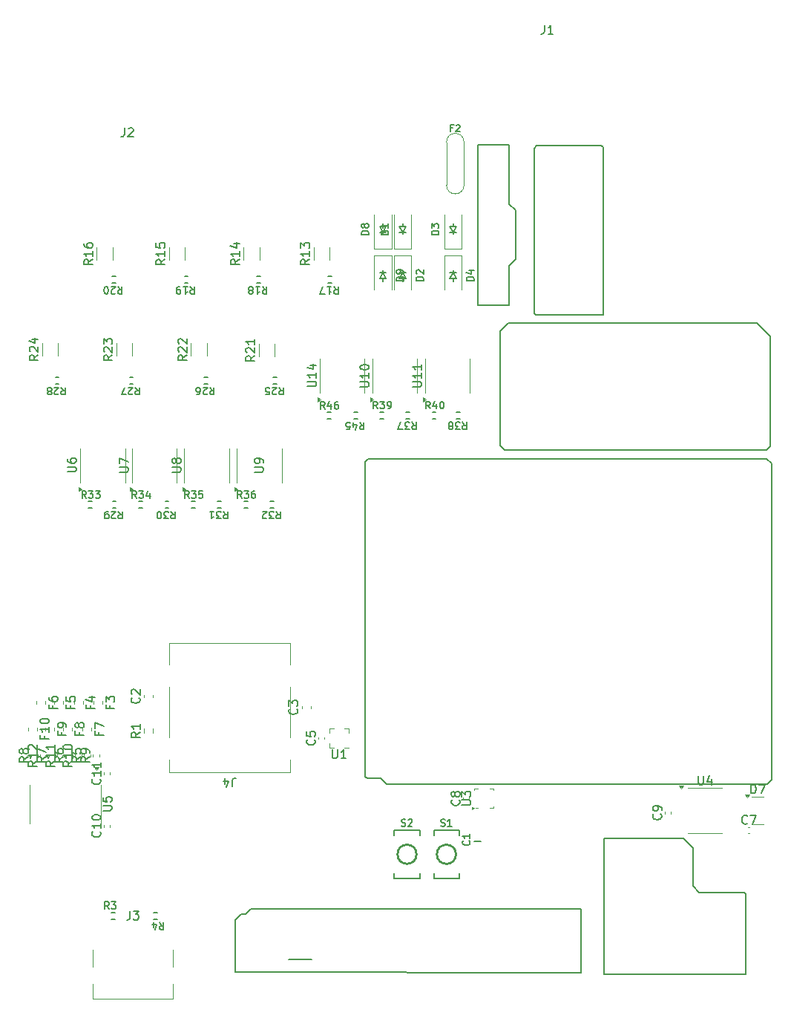
<source format=gto>
G04 #@! TF.GenerationSoftware,KiCad,Pcbnew,9.0.4*
G04 #@! TF.CreationDate,2025-12-07T20:06:33+10:00*
G04 #@! TF.ProjectId,trove8,74726f76-6538-42e6-9b69-6361645f7063,rev?*
G04 #@! TF.SameCoordinates,Original*
G04 #@! TF.FileFunction,Legend,Top*
G04 #@! TF.FilePolarity,Positive*
%FSLAX46Y46*%
G04 Gerber Fmt 4.6, Leading zero omitted, Abs format (unit mm)*
G04 Created by KiCad (PCBNEW 9.0.4) date 2025-12-07 20:06:33*
%MOMM*%
%LPD*%
G01*
G04 APERTURE LIST*
%ADD10C,0.170000*%
%ADD11C,0.150000*%
%ADD12C,0.127000*%
%ADD13C,0.120000*%
%ADD14C,0.200000*%
%ADD15C,0.203200*%
%ADD16C,0.254000*%
G04 APERTURE END LIST*
D10*
X119870508Y-62605237D02*
X119050508Y-62605237D01*
X119050508Y-62605237D02*
X119050508Y-62409999D01*
X119050508Y-62409999D02*
X119089556Y-62292856D01*
X119089556Y-62292856D02*
X119167651Y-62214761D01*
X119167651Y-62214761D02*
X119245746Y-62175714D01*
X119245746Y-62175714D02*
X119401937Y-62136666D01*
X119401937Y-62136666D02*
X119519080Y-62136666D01*
X119519080Y-62136666D02*
X119675270Y-62175714D01*
X119675270Y-62175714D02*
X119753365Y-62214761D01*
X119753365Y-62214761D02*
X119831461Y-62292856D01*
X119831461Y-62292856D02*
X119870508Y-62409999D01*
X119870508Y-62409999D02*
X119870508Y-62605237D01*
X119128603Y-61824285D02*
X119089556Y-61785237D01*
X119089556Y-61785237D02*
X119050508Y-61707142D01*
X119050508Y-61707142D02*
X119050508Y-61511904D01*
X119050508Y-61511904D02*
X119089556Y-61433809D01*
X119089556Y-61433809D02*
X119128603Y-61394761D01*
X119128603Y-61394761D02*
X119206699Y-61355714D01*
X119206699Y-61355714D02*
X119284794Y-61355714D01*
X119284794Y-61355714D02*
X119401937Y-61394761D01*
X119401937Y-61394761D02*
X119870508Y-61863333D01*
X119870508Y-61863333D02*
X119870508Y-61355714D01*
D11*
X157261905Y-121054819D02*
X157261905Y-120054819D01*
X157261905Y-120054819D02*
X157500000Y-120054819D01*
X157500000Y-120054819D02*
X157642857Y-120102438D01*
X157642857Y-120102438D02*
X157738095Y-120197676D01*
X157738095Y-120197676D02*
X157785714Y-120292914D01*
X157785714Y-120292914D02*
X157833333Y-120483390D01*
X157833333Y-120483390D02*
X157833333Y-120626247D01*
X157833333Y-120626247D02*
X157785714Y-120816723D01*
X157785714Y-120816723D02*
X157738095Y-120911961D01*
X157738095Y-120911961D02*
X157642857Y-121007200D01*
X157642857Y-121007200D02*
X157500000Y-121054819D01*
X157500000Y-121054819D02*
X157261905Y-121054819D01*
X158166667Y-120054819D02*
X158833333Y-120054819D01*
X158833333Y-120054819D02*
X158404762Y-121054819D01*
X79784819Y-117382857D02*
X79308628Y-117716190D01*
X79784819Y-117954285D02*
X78784819Y-117954285D01*
X78784819Y-117954285D02*
X78784819Y-117573333D01*
X78784819Y-117573333D02*
X78832438Y-117478095D01*
X78832438Y-117478095D02*
X78880057Y-117430476D01*
X78880057Y-117430476D02*
X78975295Y-117382857D01*
X78975295Y-117382857D02*
X79118152Y-117382857D01*
X79118152Y-117382857D02*
X79213390Y-117430476D01*
X79213390Y-117430476D02*
X79261009Y-117478095D01*
X79261009Y-117478095D02*
X79308628Y-117573333D01*
X79308628Y-117573333D02*
X79308628Y-117954285D01*
X79784819Y-116430476D02*
X79784819Y-117001904D01*
X79784819Y-116716190D02*
X78784819Y-116716190D01*
X78784819Y-116716190D02*
X78927676Y-116811428D01*
X78927676Y-116811428D02*
X79022914Y-116906666D01*
X79022914Y-116906666D02*
X79070533Y-117001904D01*
X78784819Y-115811428D02*
X78784819Y-115716190D01*
X78784819Y-115716190D02*
X78832438Y-115620952D01*
X78832438Y-115620952D02*
X78880057Y-115573333D01*
X78880057Y-115573333D02*
X78975295Y-115525714D01*
X78975295Y-115525714D02*
X79165771Y-115478095D01*
X79165771Y-115478095D02*
X79403866Y-115478095D01*
X79403866Y-115478095D02*
X79594342Y-115525714D01*
X79594342Y-115525714D02*
X79689580Y-115573333D01*
X79689580Y-115573333D02*
X79737200Y-115620952D01*
X79737200Y-115620952D02*
X79784819Y-115716190D01*
X79784819Y-115716190D02*
X79784819Y-115811428D01*
X79784819Y-115811428D02*
X79737200Y-115906666D01*
X79737200Y-115906666D02*
X79689580Y-115954285D01*
X79689580Y-115954285D02*
X79594342Y-116001904D01*
X79594342Y-116001904D02*
X79403866Y-116049523D01*
X79403866Y-116049523D02*
X79165771Y-116049523D01*
X79165771Y-116049523D02*
X78975295Y-116001904D01*
X78975295Y-116001904D02*
X78880057Y-115954285D01*
X78880057Y-115954285D02*
X78832438Y-115906666D01*
X78832438Y-115906666D02*
X78784819Y-115811428D01*
X112654819Y-74688094D02*
X113464342Y-74688094D01*
X113464342Y-74688094D02*
X113559580Y-74640475D01*
X113559580Y-74640475D02*
X113607200Y-74592856D01*
X113607200Y-74592856D02*
X113654819Y-74497618D01*
X113654819Y-74497618D02*
X113654819Y-74307142D01*
X113654819Y-74307142D02*
X113607200Y-74211904D01*
X113607200Y-74211904D02*
X113559580Y-74164285D01*
X113559580Y-74164285D02*
X113464342Y-74116666D01*
X113464342Y-74116666D02*
X112654819Y-74116666D01*
X113654819Y-73116666D02*
X113654819Y-73688094D01*
X113654819Y-73402380D02*
X112654819Y-73402380D01*
X112654819Y-73402380D02*
X112797676Y-73497618D01*
X112797676Y-73497618D02*
X112892914Y-73592856D01*
X112892914Y-73592856D02*
X112940533Y-73688094D01*
X112654819Y-72497618D02*
X112654819Y-72402380D01*
X112654819Y-72402380D02*
X112702438Y-72307142D01*
X112702438Y-72307142D02*
X112750057Y-72259523D01*
X112750057Y-72259523D02*
X112845295Y-72211904D01*
X112845295Y-72211904D02*
X113035771Y-72164285D01*
X113035771Y-72164285D02*
X113273866Y-72164285D01*
X113273866Y-72164285D02*
X113464342Y-72211904D01*
X113464342Y-72211904D02*
X113559580Y-72259523D01*
X113559580Y-72259523D02*
X113607200Y-72307142D01*
X113607200Y-72307142D02*
X113654819Y-72402380D01*
X113654819Y-72402380D02*
X113654819Y-72497618D01*
X113654819Y-72497618D02*
X113607200Y-72592856D01*
X113607200Y-72592856D02*
X113559580Y-72640475D01*
X113559580Y-72640475D02*
X113464342Y-72688094D01*
X113464342Y-72688094D02*
X113273866Y-72735713D01*
X113273866Y-72735713D02*
X113035771Y-72735713D01*
X113035771Y-72735713D02*
X112845295Y-72688094D01*
X112845295Y-72688094D02*
X112750057Y-72640475D01*
X112750057Y-72640475D02*
X112702438Y-72592856D01*
X112702438Y-72592856D02*
X112654819Y-72497618D01*
X105429580Y-111416666D02*
X105477200Y-111464285D01*
X105477200Y-111464285D02*
X105524819Y-111607142D01*
X105524819Y-111607142D02*
X105524819Y-111702380D01*
X105524819Y-111702380D02*
X105477200Y-111845237D01*
X105477200Y-111845237D02*
X105381961Y-111940475D01*
X105381961Y-111940475D02*
X105286723Y-111988094D01*
X105286723Y-111988094D02*
X105096247Y-112035713D01*
X105096247Y-112035713D02*
X104953390Y-112035713D01*
X104953390Y-112035713D02*
X104762914Y-111988094D01*
X104762914Y-111988094D02*
X104667676Y-111940475D01*
X104667676Y-111940475D02*
X104572438Y-111845237D01*
X104572438Y-111845237D02*
X104524819Y-111702380D01*
X104524819Y-111702380D02*
X104524819Y-111607142D01*
X104524819Y-111607142D02*
X104572438Y-111464285D01*
X104572438Y-111464285D02*
X104620057Y-111416666D01*
X104524819Y-111083332D02*
X104524819Y-110464285D01*
X104524819Y-110464285D02*
X104905771Y-110797618D01*
X104905771Y-110797618D02*
X104905771Y-110654761D01*
X104905771Y-110654761D02*
X104953390Y-110559523D01*
X104953390Y-110559523D02*
X105001009Y-110511904D01*
X105001009Y-110511904D02*
X105096247Y-110464285D01*
X105096247Y-110464285D02*
X105334342Y-110464285D01*
X105334342Y-110464285D02*
X105429580Y-110511904D01*
X105429580Y-110511904D02*
X105477200Y-110559523D01*
X105477200Y-110559523D02*
X105524819Y-110654761D01*
X105524819Y-110654761D02*
X105524819Y-110940475D01*
X105524819Y-110940475D02*
X105477200Y-111035713D01*
X105477200Y-111035713D02*
X105429580Y-111083332D01*
X92874819Y-71105357D02*
X92398628Y-71438690D01*
X92874819Y-71676785D02*
X91874819Y-71676785D01*
X91874819Y-71676785D02*
X91874819Y-71295833D01*
X91874819Y-71295833D02*
X91922438Y-71200595D01*
X91922438Y-71200595D02*
X91970057Y-71152976D01*
X91970057Y-71152976D02*
X92065295Y-71105357D01*
X92065295Y-71105357D02*
X92208152Y-71105357D01*
X92208152Y-71105357D02*
X92303390Y-71152976D01*
X92303390Y-71152976D02*
X92351009Y-71200595D01*
X92351009Y-71200595D02*
X92398628Y-71295833D01*
X92398628Y-71295833D02*
X92398628Y-71676785D01*
X91970057Y-70724404D02*
X91922438Y-70676785D01*
X91922438Y-70676785D02*
X91874819Y-70581547D01*
X91874819Y-70581547D02*
X91874819Y-70343452D01*
X91874819Y-70343452D02*
X91922438Y-70248214D01*
X91922438Y-70248214D02*
X91970057Y-70200595D01*
X91970057Y-70200595D02*
X92065295Y-70152976D01*
X92065295Y-70152976D02*
X92160533Y-70152976D01*
X92160533Y-70152976D02*
X92303390Y-70200595D01*
X92303390Y-70200595D02*
X92874819Y-70772023D01*
X92874819Y-70772023D02*
X92874819Y-70152976D01*
X91970057Y-69772023D02*
X91922438Y-69724404D01*
X91922438Y-69724404D02*
X91874819Y-69629166D01*
X91874819Y-69629166D02*
X91874819Y-69391071D01*
X91874819Y-69391071D02*
X91922438Y-69295833D01*
X91922438Y-69295833D02*
X91970057Y-69248214D01*
X91970057Y-69248214D02*
X92065295Y-69200595D01*
X92065295Y-69200595D02*
X92160533Y-69200595D01*
X92160533Y-69200595D02*
X92303390Y-69248214D01*
X92303390Y-69248214D02*
X92874819Y-69819642D01*
X92874819Y-69819642D02*
X92874819Y-69200595D01*
X76611009Y-114522023D02*
X76611009Y-114855356D01*
X77134819Y-114855356D02*
X76134819Y-114855356D01*
X76134819Y-114855356D02*
X76134819Y-114379166D01*
X77134819Y-113474404D02*
X77134819Y-114045832D01*
X77134819Y-113760118D02*
X76134819Y-113760118D01*
X76134819Y-113760118D02*
X76277676Y-113855356D01*
X76277676Y-113855356D02*
X76372914Y-113950594D01*
X76372914Y-113950594D02*
X76420533Y-114045832D01*
X76134819Y-112855356D02*
X76134819Y-112760118D01*
X76134819Y-112760118D02*
X76182438Y-112664880D01*
X76182438Y-112664880D02*
X76230057Y-112617261D01*
X76230057Y-112617261D02*
X76325295Y-112569642D01*
X76325295Y-112569642D02*
X76515771Y-112522023D01*
X76515771Y-112522023D02*
X76753866Y-112522023D01*
X76753866Y-112522023D02*
X76944342Y-112569642D01*
X76944342Y-112569642D02*
X77039580Y-112617261D01*
X77039580Y-112617261D02*
X77087200Y-112664880D01*
X77087200Y-112664880D02*
X77134819Y-112760118D01*
X77134819Y-112760118D02*
X77134819Y-112855356D01*
X77134819Y-112855356D02*
X77087200Y-112950594D01*
X77087200Y-112950594D02*
X77039580Y-112998213D01*
X77039580Y-112998213D02*
X76944342Y-113045832D01*
X76944342Y-113045832D02*
X76753866Y-113093451D01*
X76753866Y-113093451D02*
X76515771Y-113093451D01*
X76515771Y-113093451D02*
X76325295Y-113045832D01*
X76325295Y-113045832D02*
X76230057Y-112998213D01*
X76230057Y-112998213D02*
X76182438Y-112950594D01*
X76182438Y-112950594D02*
X76134819Y-112855356D01*
D10*
X124309907Y-78713014D02*
X124583240Y-79103490D01*
X124778478Y-78713014D02*
X124778478Y-79533014D01*
X124778478Y-79533014D02*
X124466097Y-79533014D01*
X124466097Y-79533014D02*
X124388002Y-79493966D01*
X124388002Y-79493966D02*
X124348955Y-79454919D01*
X124348955Y-79454919D02*
X124309907Y-79376823D01*
X124309907Y-79376823D02*
X124309907Y-79259681D01*
X124309907Y-79259681D02*
X124348955Y-79181585D01*
X124348955Y-79181585D02*
X124388002Y-79142538D01*
X124388002Y-79142538D02*
X124466097Y-79103490D01*
X124466097Y-79103490D02*
X124778478Y-79103490D01*
X124036574Y-79533014D02*
X123528955Y-79533014D01*
X123528955Y-79533014D02*
X123802288Y-79220633D01*
X123802288Y-79220633D02*
X123685145Y-79220633D01*
X123685145Y-79220633D02*
X123607050Y-79181585D01*
X123607050Y-79181585D02*
X123568002Y-79142538D01*
X123568002Y-79142538D02*
X123528955Y-79064442D01*
X123528955Y-79064442D02*
X123528955Y-78869204D01*
X123528955Y-78869204D02*
X123568002Y-78791109D01*
X123568002Y-78791109D02*
X123607050Y-78752062D01*
X123607050Y-78752062D02*
X123685145Y-78713014D01*
X123685145Y-78713014D02*
X123919431Y-78713014D01*
X123919431Y-78713014D02*
X123997526Y-78752062D01*
X123997526Y-78752062D02*
X124036574Y-78791109D01*
X123060384Y-79181585D02*
X123138479Y-79220633D01*
X123138479Y-79220633D02*
X123177526Y-79259681D01*
X123177526Y-79259681D02*
X123216574Y-79337776D01*
X123216574Y-79337776D02*
X123216574Y-79376823D01*
X123216574Y-79376823D02*
X123177526Y-79454919D01*
X123177526Y-79454919D02*
X123138479Y-79493966D01*
X123138479Y-79493966D02*
X123060384Y-79533014D01*
X123060384Y-79533014D02*
X122904193Y-79533014D01*
X122904193Y-79533014D02*
X122826098Y-79493966D01*
X122826098Y-79493966D02*
X122787050Y-79454919D01*
X122787050Y-79454919D02*
X122748003Y-79376823D01*
X122748003Y-79376823D02*
X122748003Y-79337776D01*
X122748003Y-79337776D02*
X122787050Y-79259681D01*
X122787050Y-79259681D02*
X122826098Y-79220633D01*
X122826098Y-79220633D02*
X122904193Y-79181585D01*
X122904193Y-79181585D02*
X123060384Y-79181585D01*
X123060384Y-79181585D02*
X123138479Y-79142538D01*
X123138479Y-79142538D02*
X123177526Y-79103490D01*
X123177526Y-79103490D02*
X123216574Y-79025395D01*
X123216574Y-79025395D02*
X123216574Y-78869204D01*
X123216574Y-78869204D02*
X123177526Y-78791109D01*
X123177526Y-78791109D02*
X123138479Y-78752062D01*
X123138479Y-78752062D02*
X123060384Y-78713014D01*
X123060384Y-78713014D02*
X122904193Y-78713014D01*
X122904193Y-78713014D02*
X122826098Y-78752062D01*
X122826098Y-78752062D02*
X122787050Y-78791109D01*
X122787050Y-78791109D02*
X122748003Y-78869204D01*
X122748003Y-78869204D02*
X122748003Y-79025395D01*
X122748003Y-79025395D02*
X122787050Y-79103490D01*
X122787050Y-79103490D02*
X122826098Y-79142538D01*
X122826098Y-79142538D02*
X122904193Y-79181585D01*
X85059907Y-88913014D02*
X85333240Y-89303490D01*
X85528478Y-88913014D02*
X85528478Y-89733014D01*
X85528478Y-89733014D02*
X85216097Y-89733014D01*
X85216097Y-89733014D02*
X85138002Y-89693966D01*
X85138002Y-89693966D02*
X85098955Y-89654919D01*
X85098955Y-89654919D02*
X85059907Y-89576823D01*
X85059907Y-89576823D02*
X85059907Y-89459681D01*
X85059907Y-89459681D02*
X85098955Y-89381585D01*
X85098955Y-89381585D02*
X85138002Y-89342538D01*
X85138002Y-89342538D02*
X85216097Y-89303490D01*
X85216097Y-89303490D02*
X85528478Y-89303490D01*
X84747526Y-89654919D02*
X84708478Y-89693966D01*
X84708478Y-89693966D02*
X84630383Y-89733014D01*
X84630383Y-89733014D02*
X84435145Y-89733014D01*
X84435145Y-89733014D02*
X84357050Y-89693966D01*
X84357050Y-89693966D02*
X84318002Y-89654919D01*
X84318002Y-89654919D02*
X84278955Y-89576823D01*
X84278955Y-89576823D02*
X84278955Y-89498728D01*
X84278955Y-89498728D02*
X84318002Y-89381585D01*
X84318002Y-89381585D02*
X84786574Y-88913014D01*
X84786574Y-88913014D02*
X84278955Y-88913014D01*
X83888479Y-88913014D02*
X83732288Y-88913014D01*
X83732288Y-88913014D02*
X83654193Y-88952062D01*
X83654193Y-88952062D02*
X83615145Y-88991109D01*
X83615145Y-88991109D02*
X83537050Y-89108252D01*
X83537050Y-89108252D02*
X83498003Y-89264442D01*
X83498003Y-89264442D02*
X83498003Y-89576823D01*
X83498003Y-89576823D02*
X83537050Y-89654919D01*
X83537050Y-89654919D02*
X83576098Y-89693966D01*
X83576098Y-89693966D02*
X83654193Y-89733014D01*
X83654193Y-89733014D02*
X83810384Y-89733014D01*
X83810384Y-89733014D02*
X83888479Y-89693966D01*
X83888479Y-89693966D02*
X83927526Y-89654919D01*
X83927526Y-89654919D02*
X83966574Y-89576823D01*
X83966574Y-89576823D02*
X83966574Y-89381585D01*
X83966574Y-89381585D02*
X83927526Y-89303490D01*
X83927526Y-89303490D02*
X83888479Y-89264442D01*
X83888479Y-89264442D02*
X83810384Y-89225395D01*
X83810384Y-89225395D02*
X83654193Y-89225395D01*
X83654193Y-89225395D02*
X83576098Y-89264442D01*
X83576098Y-89264442D02*
X83537050Y-89303490D01*
X83537050Y-89303490D02*
X83498003Y-89381585D01*
D11*
X77784819Y-117382857D02*
X77308628Y-117716190D01*
X77784819Y-117954285D02*
X76784819Y-117954285D01*
X76784819Y-117954285D02*
X76784819Y-117573333D01*
X76784819Y-117573333D02*
X76832438Y-117478095D01*
X76832438Y-117478095D02*
X76880057Y-117430476D01*
X76880057Y-117430476D02*
X76975295Y-117382857D01*
X76975295Y-117382857D02*
X77118152Y-117382857D01*
X77118152Y-117382857D02*
X77213390Y-117430476D01*
X77213390Y-117430476D02*
X77261009Y-117478095D01*
X77261009Y-117478095D02*
X77308628Y-117573333D01*
X77308628Y-117573333D02*
X77308628Y-117954285D01*
X77784819Y-116430476D02*
X77784819Y-117001904D01*
X77784819Y-116716190D02*
X76784819Y-116716190D01*
X76784819Y-116716190D02*
X76927676Y-116811428D01*
X76927676Y-116811428D02*
X77022914Y-116906666D01*
X77022914Y-116906666D02*
X77070533Y-117001904D01*
X77784819Y-115478095D02*
X77784819Y-116049523D01*
X77784819Y-115763809D02*
X76784819Y-115763809D01*
X76784819Y-115763809D02*
X76927676Y-115859047D01*
X76927676Y-115859047D02*
X77022914Y-115954285D01*
X77022914Y-115954285D02*
X77070533Y-116049523D01*
X82949580Y-125412857D02*
X82997200Y-125460476D01*
X82997200Y-125460476D02*
X83044819Y-125603333D01*
X83044819Y-125603333D02*
X83044819Y-125698571D01*
X83044819Y-125698571D02*
X82997200Y-125841428D01*
X82997200Y-125841428D02*
X82901961Y-125936666D01*
X82901961Y-125936666D02*
X82806723Y-125984285D01*
X82806723Y-125984285D02*
X82616247Y-126031904D01*
X82616247Y-126031904D02*
X82473390Y-126031904D01*
X82473390Y-126031904D02*
X82282914Y-125984285D01*
X82282914Y-125984285D02*
X82187676Y-125936666D01*
X82187676Y-125936666D02*
X82092438Y-125841428D01*
X82092438Y-125841428D02*
X82044819Y-125698571D01*
X82044819Y-125698571D02*
X82044819Y-125603333D01*
X82044819Y-125603333D02*
X82092438Y-125460476D01*
X82092438Y-125460476D02*
X82140057Y-125412857D01*
X83044819Y-124460476D02*
X83044819Y-125031904D01*
X83044819Y-124746190D02*
X82044819Y-124746190D01*
X82044819Y-124746190D02*
X82187676Y-124841428D01*
X82187676Y-124841428D02*
X82282914Y-124936666D01*
X82282914Y-124936666D02*
X82330533Y-125031904D01*
X82044819Y-123841428D02*
X82044819Y-123746190D01*
X82044819Y-123746190D02*
X82092438Y-123650952D01*
X82092438Y-123650952D02*
X82140057Y-123603333D01*
X82140057Y-123603333D02*
X82235295Y-123555714D01*
X82235295Y-123555714D02*
X82425771Y-123508095D01*
X82425771Y-123508095D02*
X82663866Y-123508095D01*
X82663866Y-123508095D02*
X82854342Y-123555714D01*
X82854342Y-123555714D02*
X82949580Y-123603333D01*
X82949580Y-123603333D02*
X82997200Y-123650952D01*
X82997200Y-123650952D02*
X83044819Y-123746190D01*
X83044819Y-123746190D02*
X83044819Y-123841428D01*
X83044819Y-123841428D02*
X82997200Y-123936666D01*
X82997200Y-123936666D02*
X82949580Y-123984285D01*
X82949580Y-123984285D02*
X82854342Y-124031904D01*
X82854342Y-124031904D02*
X82663866Y-124079523D01*
X82663866Y-124079523D02*
X82425771Y-124079523D01*
X82425771Y-124079523D02*
X82235295Y-124031904D01*
X82235295Y-124031904D02*
X82140057Y-123984285D01*
X82140057Y-123984285D02*
X82092438Y-123936666D01*
X82092438Y-123936666D02*
X82044819Y-123841428D01*
X90374819Y-60180357D02*
X89898628Y-60513690D01*
X90374819Y-60751785D02*
X89374819Y-60751785D01*
X89374819Y-60751785D02*
X89374819Y-60370833D01*
X89374819Y-60370833D02*
X89422438Y-60275595D01*
X89422438Y-60275595D02*
X89470057Y-60227976D01*
X89470057Y-60227976D02*
X89565295Y-60180357D01*
X89565295Y-60180357D02*
X89708152Y-60180357D01*
X89708152Y-60180357D02*
X89803390Y-60227976D01*
X89803390Y-60227976D02*
X89851009Y-60275595D01*
X89851009Y-60275595D02*
X89898628Y-60370833D01*
X89898628Y-60370833D02*
X89898628Y-60751785D01*
X90374819Y-59227976D02*
X90374819Y-59799404D01*
X90374819Y-59513690D02*
X89374819Y-59513690D01*
X89374819Y-59513690D02*
X89517676Y-59608928D01*
X89517676Y-59608928D02*
X89612914Y-59704166D01*
X89612914Y-59704166D02*
X89660533Y-59799404D01*
X89374819Y-58323214D02*
X89374819Y-58799404D01*
X89374819Y-58799404D02*
X89851009Y-58847023D01*
X89851009Y-58847023D02*
X89803390Y-58799404D01*
X89803390Y-58799404D02*
X89755771Y-58704166D01*
X89755771Y-58704166D02*
X89755771Y-58466071D01*
X89755771Y-58466071D02*
X89803390Y-58370833D01*
X89803390Y-58370833D02*
X89851009Y-58323214D01*
X89851009Y-58323214D02*
X89946247Y-58275595D01*
X89946247Y-58275595D02*
X90184342Y-58275595D01*
X90184342Y-58275595D02*
X90279580Y-58323214D01*
X90279580Y-58323214D02*
X90327200Y-58370833D01*
X90327200Y-58370833D02*
X90374819Y-58466071D01*
X90374819Y-58466071D02*
X90374819Y-58704166D01*
X90374819Y-58704166D02*
X90327200Y-58799404D01*
X90327200Y-58799404D02*
X90279580Y-58847023D01*
D10*
X114640092Y-77186985D02*
X114366759Y-76796509D01*
X114171521Y-77186985D02*
X114171521Y-76366985D01*
X114171521Y-76366985D02*
X114483902Y-76366985D01*
X114483902Y-76366985D02*
X114561997Y-76406033D01*
X114561997Y-76406033D02*
X114601044Y-76445080D01*
X114601044Y-76445080D02*
X114640092Y-76523176D01*
X114640092Y-76523176D02*
X114640092Y-76640318D01*
X114640092Y-76640318D02*
X114601044Y-76718414D01*
X114601044Y-76718414D02*
X114561997Y-76757461D01*
X114561997Y-76757461D02*
X114483902Y-76796509D01*
X114483902Y-76796509D02*
X114171521Y-76796509D01*
X114913425Y-76366985D02*
X115421044Y-76366985D01*
X115421044Y-76366985D02*
X115147711Y-76679366D01*
X115147711Y-76679366D02*
X115264854Y-76679366D01*
X115264854Y-76679366D02*
X115342949Y-76718414D01*
X115342949Y-76718414D02*
X115381997Y-76757461D01*
X115381997Y-76757461D02*
X115421044Y-76835557D01*
X115421044Y-76835557D02*
X115421044Y-77030795D01*
X115421044Y-77030795D02*
X115381997Y-77108890D01*
X115381997Y-77108890D02*
X115342949Y-77147938D01*
X115342949Y-77147938D02*
X115264854Y-77186985D01*
X115264854Y-77186985D02*
X115030568Y-77186985D01*
X115030568Y-77186985D02*
X114952473Y-77147938D01*
X114952473Y-77147938D02*
X114913425Y-77108890D01*
X115811520Y-77186985D02*
X115967711Y-77186985D01*
X115967711Y-77186985D02*
X116045806Y-77147938D01*
X116045806Y-77147938D02*
X116084854Y-77108890D01*
X116084854Y-77108890D02*
X116162949Y-76991747D01*
X116162949Y-76991747D02*
X116201996Y-76835557D01*
X116201996Y-76835557D02*
X116201996Y-76523176D01*
X116201996Y-76523176D02*
X116162949Y-76445080D01*
X116162949Y-76445080D02*
X116123901Y-76406033D01*
X116123901Y-76406033D02*
X116045806Y-76366985D01*
X116045806Y-76366985D02*
X115889615Y-76366985D01*
X115889615Y-76366985D02*
X115811520Y-76406033D01*
X115811520Y-76406033D02*
X115772473Y-76445080D01*
X115772473Y-76445080D02*
X115733425Y-76523176D01*
X115733425Y-76523176D02*
X115733425Y-76718414D01*
X115733425Y-76718414D02*
X115772473Y-76796509D01*
X115772473Y-76796509D02*
X115811520Y-76835557D01*
X115811520Y-76835557D02*
X115889615Y-76874604D01*
X115889615Y-76874604D02*
X116045806Y-76874604D01*
X116045806Y-76874604D02*
X116123901Y-76835557D01*
X116123901Y-76835557D02*
X116162949Y-76796509D01*
X116162949Y-76796509D02*
X116201996Y-76718414D01*
D11*
X74784819Y-116906666D02*
X74308628Y-117239999D01*
X74784819Y-117478094D02*
X73784819Y-117478094D01*
X73784819Y-117478094D02*
X73784819Y-117097142D01*
X73784819Y-117097142D02*
X73832438Y-117001904D01*
X73832438Y-117001904D02*
X73880057Y-116954285D01*
X73880057Y-116954285D02*
X73975295Y-116906666D01*
X73975295Y-116906666D02*
X74118152Y-116906666D01*
X74118152Y-116906666D02*
X74213390Y-116954285D01*
X74213390Y-116954285D02*
X74261009Y-117001904D01*
X74261009Y-117001904D02*
X74308628Y-117097142D01*
X74308628Y-117097142D02*
X74308628Y-117478094D01*
X74213390Y-116335237D02*
X74165771Y-116430475D01*
X74165771Y-116430475D02*
X74118152Y-116478094D01*
X74118152Y-116478094D02*
X74022914Y-116525713D01*
X74022914Y-116525713D02*
X73975295Y-116525713D01*
X73975295Y-116525713D02*
X73880057Y-116478094D01*
X73880057Y-116478094D02*
X73832438Y-116430475D01*
X73832438Y-116430475D02*
X73784819Y-116335237D01*
X73784819Y-116335237D02*
X73784819Y-116144761D01*
X73784819Y-116144761D02*
X73832438Y-116049523D01*
X73832438Y-116049523D02*
X73880057Y-116001904D01*
X73880057Y-116001904D02*
X73975295Y-115954285D01*
X73975295Y-115954285D02*
X74022914Y-115954285D01*
X74022914Y-115954285D02*
X74118152Y-116001904D01*
X74118152Y-116001904D02*
X74165771Y-116049523D01*
X74165771Y-116049523D02*
X74213390Y-116144761D01*
X74213390Y-116144761D02*
X74213390Y-116335237D01*
X74213390Y-116335237D02*
X74261009Y-116430475D01*
X74261009Y-116430475D02*
X74308628Y-116478094D01*
X74308628Y-116478094D02*
X74403866Y-116525713D01*
X74403866Y-116525713D02*
X74594342Y-116525713D01*
X74594342Y-116525713D02*
X74689580Y-116478094D01*
X74689580Y-116478094D02*
X74737200Y-116430475D01*
X74737200Y-116430475D02*
X74784819Y-116335237D01*
X74784819Y-116335237D02*
X74784819Y-116144761D01*
X74784819Y-116144761D02*
X74737200Y-116049523D01*
X74737200Y-116049523D02*
X74689580Y-116001904D01*
X74689580Y-116001904D02*
X74594342Y-115954285D01*
X74594342Y-115954285D02*
X74403866Y-115954285D01*
X74403866Y-115954285D02*
X74308628Y-116001904D01*
X74308628Y-116001904D02*
X74261009Y-116049523D01*
X74261009Y-116049523D02*
X74213390Y-116144761D01*
X82861009Y-114045833D02*
X82861009Y-114379166D01*
X83384819Y-114379166D02*
X82384819Y-114379166D01*
X82384819Y-114379166D02*
X82384819Y-113902976D01*
X82384819Y-113617261D02*
X82384819Y-112950595D01*
X82384819Y-112950595D02*
X83384819Y-113379166D01*
X118654819Y-74688094D02*
X119464342Y-74688094D01*
X119464342Y-74688094D02*
X119559580Y-74640475D01*
X119559580Y-74640475D02*
X119607200Y-74592856D01*
X119607200Y-74592856D02*
X119654819Y-74497618D01*
X119654819Y-74497618D02*
X119654819Y-74307142D01*
X119654819Y-74307142D02*
X119607200Y-74211904D01*
X119607200Y-74211904D02*
X119559580Y-74164285D01*
X119559580Y-74164285D02*
X119464342Y-74116666D01*
X119464342Y-74116666D02*
X118654819Y-74116666D01*
X119654819Y-73116666D02*
X119654819Y-73688094D01*
X119654819Y-73402380D02*
X118654819Y-73402380D01*
X118654819Y-73402380D02*
X118797676Y-73497618D01*
X118797676Y-73497618D02*
X118892914Y-73592856D01*
X118892914Y-73592856D02*
X118940533Y-73688094D01*
X119654819Y-72164285D02*
X119654819Y-72735713D01*
X119654819Y-72449999D02*
X118654819Y-72449999D01*
X118654819Y-72449999D02*
X118797676Y-72545237D01*
X118797676Y-72545237D02*
X118892914Y-72640475D01*
X118892914Y-72640475D02*
X118940533Y-72735713D01*
D10*
X121620508Y-57355237D02*
X120800508Y-57355237D01*
X120800508Y-57355237D02*
X120800508Y-57159999D01*
X120800508Y-57159999D02*
X120839556Y-57042856D01*
X120839556Y-57042856D02*
X120917651Y-56964761D01*
X120917651Y-56964761D02*
X120995746Y-56925714D01*
X120995746Y-56925714D02*
X121151937Y-56886666D01*
X121151937Y-56886666D02*
X121269080Y-56886666D01*
X121269080Y-56886666D02*
X121425270Y-56925714D01*
X121425270Y-56925714D02*
X121503365Y-56964761D01*
X121503365Y-56964761D02*
X121581461Y-57042856D01*
X121581461Y-57042856D02*
X121620508Y-57159999D01*
X121620508Y-57159999D02*
X121620508Y-57355237D01*
X120800508Y-56613333D02*
X120800508Y-56105714D01*
X120800508Y-56105714D02*
X121112889Y-56379047D01*
X121112889Y-56379047D02*
X121112889Y-56261904D01*
X121112889Y-56261904D02*
X121151937Y-56183809D01*
X121151937Y-56183809D02*
X121190984Y-56144761D01*
X121190984Y-56144761D02*
X121269080Y-56105714D01*
X121269080Y-56105714D02*
X121464318Y-56105714D01*
X121464318Y-56105714D02*
X121542413Y-56144761D01*
X121542413Y-56144761D02*
X121581461Y-56183809D01*
X121581461Y-56183809D02*
X121620508Y-56261904D01*
X121620508Y-56261904D02*
X121620508Y-56496190D01*
X121620508Y-56496190D02*
X121581461Y-56574285D01*
X121581461Y-56574285D02*
X121542413Y-56613333D01*
X93259907Y-63263014D02*
X93533240Y-63653490D01*
X93728478Y-63263014D02*
X93728478Y-64083014D01*
X93728478Y-64083014D02*
X93416097Y-64083014D01*
X93416097Y-64083014D02*
X93338002Y-64043966D01*
X93338002Y-64043966D02*
X93298955Y-64004919D01*
X93298955Y-64004919D02*
X93259907Y-63926823D01*
X93259907Y-63926823D02*
X93259907Y-63809681D01*
X93259907Y-63809681D02*
X93298955Y-63731585D01*
X93298955Y-63731585D02*
X93338002Y-63692538D01*
X93338002Y-63692538D02*
X93416097Y-63653490D01*
X93416097Y-63653490D02*
X93728478Y-63653490D01*
X92478955Y-63263014D02*
X92947526Y-63263014D01*
X92713240Y-63263014D02*
X92713240Y-64083014D01*
X92713240Y-64083014D02*
X92791336Y-63965871D01*
X92791336Y-63965871D02*
X92869431Y-63887776D01*
X92869431Y-63887776D02*
X92947526Y-63848728D01*
X92088479Y-63263014D02*
X91932288Y-63263014D01*
X91932288Y-63263014D02*
X91854193Y-63302062D01*
X91854193Y-63302062D02*
X91815145Y-63341109D01*
X91815145Y-63341109D02*
X91737050Y-63458252D01*
X91737050Y-63458252D02*
X91698003Y-63614442D01*
X91698003Y-63614442D02*
X91698003Y-63926823D01*
X91698003Y-63926823D02*
X91737050Y-64004919D01*
X91737050Y-64004919D02*
X91776098Y-64043966D01*
X91776098Y-64043966D02*
X91854193Y-64083014D01*
X91854193Y-64083014D02*
X92010384Y-64083014D01*
X92010384Y-64083014D02*
X92088479Y-64043966D01*
X92088479Y-64043966D02*
X92127526Y-64004919D01*
X92127526Y-64004919D02*
X92166574Y-63926823D01*
X92166574Y-63926823D02*
X92166574Y-63731585D01*
X92166574Y-63731585D02*
X92127526Y-63653490D01*
X92127526Y-63653490D02*
X92088479Y-63614442D01*
X92088479Y-63614442D02*
X92010384Y-63575395D01*
X92010384Y-63575395D02*
X91854193Y-63575395D01*
X91854193Y-63575395D02*
X91776098Y-63614442D01*
X91776098Y-63614442D02*
X91737050Y-63653490D01*
X91737050Y-63653490D02*
X91698003Y-63731585D01*
D11*
X146949580Y-123416666D02*
X146997200Y-123464285D01*
X146997200Y-123464285D02*
X147044819Y-123607142D01*
X147044819Y-123607142D02*
X147044819Y-123702380D01*
X147044819Y-123702380D02*
X146997200Y-123845237D01*
X146997200Y-123845237D02*
X146901961Y-123940475D01*
X146901961Y-123940475D02*
X146806723Y-123988094D01*
X146806723Y-123988094D02*
X146616247Y-124035713D01*
X146616247Y-124035713D02*
X146473390Y-124035713D01*
X146473390Y-124035713D02*
X146282914Y-123988094D01*
X146282914Y-123988094D02*
X146187676Y-123940475D01*
X146187676Y-123940475D02*
X146092438Y-123845237D01*
X146092438Y-123845237D02*
X146044819Y-123702380D01*
X146044819Y-123702380D02*
X146044819Y-123607142D01*
X146044819Y-123607142D02*
X146092438Y-123464285D01*
X146092438Y-123464285D02*
X146140057Y-123416666D01*
X147044819Y-122940475D02*
X147044819Y-122749999D01*
X147044819Y-122749999D02*
X146997200Y-122654761D01*
X146997200Y-122654761D02*
X146949580Y-122607142D01*
X146949580Y-122607142D02*
X146806723Y-122511904D01*
X146806723Y-122511904D02*
X146616247Y-122464285D01*
X146616247Y-122464285D02*
X146235295Y-122464285D01*
X146235295Y-122464285D02*
X146140057Y-122511904D01*
X146140057Y-122511904D02*
X146092438Y-122559523D01*
X146092438Y-122559523D02*
X146044819Y-122654761D01*
X146044819Y-122654761D02*
X146044819Y-122845237D01*
X146044819Y-122845237D02*
X146092438Y-122940475D01*
X146092438Y-122940475D02*
X146140057Y-122988094D01*
X146140057Y-122988094D02*
X146235295Y-123035713D01*
X146235295Y-123035713D02*
X146473390Y-123035713D01*
X146473390Y-123035713D02*
X146568628Y-122988094D01*
X146568628Y-122988094D02*
X146616247Y-122940475D01*
X146616247Y-122940475D02*
X146663866Y-122845237D01*
X146663866Y-122845237D02*
X146663866Y-122654761D01*
X146663866Y-122654761D02*
X146616247Y-122559523D01*
X146616247Y-122559523D02*
X146568628Y-122511904D01*
X146568628Y-122511904D02*
X146473390Y-122464285D01*
X100624819Y-71180357D02*
X100148628Y-71513690D01*
X100624819Y-71751785D02*
X99624819Y-71751785D01*
X99624819Y-71751785D02*
X99624819Y-71370833D01*
X99624819Y-71370833D02*
X99672438Y-71275595D01*
X99672438Y-71275595D02*
X99720057Y-71227976D01*
X99720057Y-71227976D02*
X99815295Y-71180357D01*
X99815295Y-71180357D02*
X99958152Y-71180357D01*
X99958152Y-71180357D02*
X100053390Y-71227976D01*
X100053390Y-71227976D02*
X100101009Y-71275595D01*
X100101009Y-71275595D02*
X100148628Y-71370833D01*
X100148628Y-71370833D02*
X100148628Y-71751785D01*
X99720057Y-70799404D02*
X99672438Y-70751785D01*
X99672438Y-70751785D02*
X99624819Y-70656547D01*
X99624819Y-70656547D02*
X99624819Y-70418452D01*
X99624819Y-70418452D02*
X99672438Y-70323214D01*
X99672438Y-70323214D02*
X99720057Y-70275595D01*
X99720057Y-70275595D02*
X99815295Y-70227976D01*
X99815295Y-70227976D02*
X99910533Y-70227976D01*
X99910533Y-70227976D02*
X100053390Y-70275595D01*
X100053390Y-70275595D02*
X100624819Y-70847023D01*
X100624819Y-70847023D02*
X100624819Y-70227976D01*
X100624819Y-69275595D02*
X100624819Y-69847023D01*
X100624819Y-69561309D02*
X99624819Y-69561309D01*
X99624819Y-69561309D02*
X99767676Y-69656547D01*
X99767676Y-69656547D02*
X99862914Y-69751785D01*
X99862914Y-69751785D02*
X99910533Y-69847023D01*
X133666666Y-33454819D02*
X133666666Y-34169104D01*
X133666666Y-34169104D02*
X133619047Y-34311961D01*
X133619047Y-34311961D02*
X133523809Y-34407200D01*
X133523809Y-34407200D02*
X133380952Y-34454819D01*
X133380952Y-34454819D02*
X133285714Y-34454819D01*
X134666666Y-34454819D02*
X134095238Y-34454819D01*
X134380952Y-34454819D02*
X134380952Y-33454819D01*
X134380952Y-33454819D02*
X134285714Y-33597676D01*
X134285714Y-33597676D02*
X134190476Y-33692914D01*
X134190476Y-33692914D02*
X134095238Y-33740533D01*
D10*
X118559907Y-78713014D02*
X118833240Y-79103490D01*
X119028478Y-78713014D02*
X119028478Y-79533014D01*
X119028478Y-79533014D02*
X118716097Y-79533014D01*
X118716097Y-79533014D02*
X118638002Y-79493966D01*
X118638002Y-79493966D02*
X118598955Y-79454919D01*
X118598955Y-79454919D02*
X118559907Y-79376823D01*
X118559907Y-79376823D02*
X118559907Y-79259681D01*
X118559907Y-79259681D02*
X118598955Y-79181585D01*
X118598955Y-79181585D02*
X118638002Y-79142538D01*
X118638002Y-79142538D02*
X118716097Y-79103490D01*
X118716097Y-79103490D02*
X119028478Y-79103490D01*
X118286574Y-79533014D02*
X117778955Y-79533014D01*
X117778955Y-79533014D02*
X118052288Y-79220633D01*
X118052288Y-79220633D02*
X117935145Y-79220633D01*
X117935145Y-79220633D02*
X117857050Y-79181585D01*
X117857050Y-79181585D02*
X117818002Y-79142538D01*
X117818002Y-79142538D02*
X117778955Y-79064442D01*
X117778955Y-79064442D02*
X117778955Y-78869204D01*
X117778955Y-78869204D02*
X117818002Y-78791109D01*
X117818002Y-78791109D02*
X117857050Y-78752062D01*
X117857050Y-78752062D02*
X117935145Y-78713014D01*
X117935145Y-78713014D02*
X118169431Y-78713014D01*
X118169431Y-78713014D02*
X118247526Y-78752062D01*
X118247526Y-78752062D02*
X118286574Y-78791109D01*
X117505622Y-79533014D02*
X116958955Y-79533014D01*
X116958955Y-79533014D02*
X117310384Y-78713014D01*
D11*
X80611009Y-114045833D02*
X80611009Y-114379166D01*
X81134819Y-114379166D02*
X80134819Y-114379166D01*
X80134819Y-114379166D02*
X80134819Y-113902976D01*
X80563390Y-113379166D02*
X80515771Y-113474404D01*
X80515771Y-113474404D02*
X80468152Y-113522023D01*
X80468152Y-113522023D02*
X80372914Y-113569642D01*
X80372914Y-113569642D02*
X80325295Y-113569642D01*
X80325295Y-113569642D02*
X80230057Y-113522023D01*
X80230057Y-113522023D02*
X80182438Y-113474404D01*
X80182438Y-113474404D02*
X80134819Y-113379166D01*
X80134819Y-113379166D02*
X80134819Y-113188690D01*
X80134819Y-113188690D02*
X80182438Y-113093452D01*
X80182438Y-113093452D02*
X80230057Y-113045833D01*
X80230057Y-113045833D02*
X80325295Y-112998214D01*
X80325295Y-112998214D02*
X80372914Y-112998214D01*
X80372914Y-112998214D02*
X80468152Y-113045833D01*
X80468152Y-113045833D02*
X80515771Y-113093452D01*
X80515771Y-113093452D02*
X80563390Y-113188690D01*
X80563390Y-113188690D02*
X80563390Y-113379166D01*
X80563390Y-113379166D02*
X80611009Y-113474404D01*
X80611009Y-113474404D02*
X80658628Y-113522023D01*
X80658628Y-113522023D02*
X80753866Y-113569642D01*
X80753866Y-113569642D02*
X80944342Y-113569642D01*
X80944342Y-113569642D02*
X81039580Y-113522023D01*
X81039580Y-113522023D02*
X81087200Y-113474404D01*
X81087200Y-113474404D02*
X81134819Y-113379166D01*
X81134819Y-113379166D02*
X81134819Y-113188690D01*
X81134819Y-113188690D02*
X81087200Y-113093452D01*
X81087200Y-113093452D02*
X81039580Y-113045833D01*
X81039580Y-113045833D02*
X80944342Y-112998214D01*
X80944342Y-112998214D02*
X80753866Y-112998214D01*
X80753866Y-112998214D02*
X80658628Y-113045833D01*
X80658628Y-113045833D02*
X80611009Y-113093452D01*
X80611009Y-113093452D02*
X80563390Y-113188690D01*
X85204819Y-84411904D02*
X86014342Y-84411904D01*
X86014342Y-84411904D02*
X86109580Y-84364285D01*
X86109580Y-84364285D02*
X86157200Y-84316666D01*
X86157200Y-84316666D02*
X86204819Y-84221428D01*
X86204819Y-84221428D02*
X86204819Y-84030952D01*
X86204819Y-84030952D02*
X86157200Y-83935714D01*
X86157200Y-83935714D02*
X86109580Y-83888095D01*
X86109580Y-83888095D02*
X86014342Y-83840476D01*
X86014342Y-83840476D02*
X85204819Y-83840476D01*
X85204819Y-83459523D02*
X85204819Y-82792857D01*
X85204819Y-82792857D02*
X86204819Y-83221428D01*
D10*
X87009907Y-74763014D02*
X87283240Y-75153490D01*
X87478478Y-74763014D02*
X87478478Y-75583014D01*
X87478478Y-75583014D02*
X87166097Y-75583014D01*
X87166097Y-75583014D02*
X87088002Y-75543966D01*
X87088002Y-75543966D02*
X87048955Y-75504919D01*
X87048955Y-75504919D02*
X87009907Y-75426823D01*
X87009907Y-75426823D02*
X87009907Y-75309681D01*
X87009907Y-75309681D02*
X87048955Y-75231585D01*
X87048955Y-75231585D02*
X87088002Y-75192538D01*
X87088002Y-75192538D02*
X87166097Y-75153490D01*
X87166097Y-75153490D02*
X87478478Y-75153490D01*
X86697526Y-75504919D02*
X86658478Y-75543966D01*
X86658478Y-75543966D02*
X86580383Y-75583014D01*
X86580383Y-75583014D02*
X86385145Y-75583014D01*
X86385145Y-75583014D02*
X86307050Y-75543966D01*
X86307050Y-75543966D02*
X86268002Y-75504919D01*
X86268002Y-75504919D02*
X86228955Y-75426823D01*
X86228955Y-75426823D02*
X86228955Y-75348728D01*
X86228955Y-75348728D02*
X86268002Y-75231585D01*
X86268002Y-75231585D02*
X86736574Y-74763014D01*
X86736574Y-74763014D02*
X86228955Y-74763014D01*
X85955622Y-75583014D02*
X85408955Y-75583014D01*
X85408955Y-75583014D02*
X85760384Y-74763014D01*
D11*
X87524819Y-114091666D02*
X87048628Y-114424999D01*
X87524819Y-114663094D02*
X86524819Y-114663094D01*
X86524819Y-114663094D02*
X86524819Y-114282142D01*
X86524819Y-114282142D02*
X86572438Y-114186904D01*
X86572438Y-114186904D02*
X86620057Y-114139285D01*
X86620057Y-114139285D02*
X86715295Y-114091666D01*
X86715295Y-114091666D02*
X86858152Y-114091666D01*
X86858152Y-114091666D02*
X86953390Y-114139285D01*
X86953390Y-114139285D02*
X87001009Y-114186904D01*
X87001009Y-114186904D02*
X87048628Y-114282142D01*
X87048628Y-114282142D02*
X87048628Y-114663094D01*
X87524819Y-113139285D02*
X87524819Y-113710713D01*
X87524819Y-113424999D02*
X86524819Y-113424999D01*
X86524819Y-113424999D02*
X86667676Y-113520237D01*
X86667676Y-113520237D02*
X86762914Y-113615475D01*
X86762914Y-113615475D02*
X86810533Y-113710713D01*
D10*
X125072582Y-126472467D02*
X125111630Y-126511515D01*
X125111630Y-126511515D02*
X125150677Y-126628658D01*
X125150677Y-126628658D02*
X125150677Y-126706753D01*
X125150677Y-126706753D02*
X125111630Y-126823896D01*
X125111630Y-126823896D02*
X125033534Y-126901992D01*
X125033534Y-126901992D02*
X124955439Y-126941039D01*
X124955439Y-126941039D02*
X124799248Y-126980087D01*
X124799248Y-126980087D02*
X124682105Y-126980087D01*
X124682105Y-126980087D02*
X124525915Y-126941039D01*
X124525915Y-126941039D02*
X124447819Y-126901992D01*
X124447819Y-126901992D02*
X124369724Y-126823896D01*
X124369724Y-126823896D02*
X124330676Y-126706753D01*
X124330676Y-126706753D02*
X124330676Y-126628658D01*
X124330676Y-126628658D02*
X124369724Y-126511515D01*
X124369724Y-126511515D02*
X124408772Y-126472467D01*
X125150677Y-125691514D02*
X125150677Y-126160086D01*
X125150677Y-125925800D02*
X124330676Y-125925800D01*
X124330676Y-125925800D02*
X124447819Y-126003895D01*
X124447819Y-126003895D02*
X124525915Y-126081991D01*
X124525915Y-126081991D02*
X124564962Y-126160086D01*
D11*
X87429580Y-110141666D02*
X87477200Y-110189285D01*
X87477200Y-110189285D02*
X87524819Y-110332142D01*
X87524819Y-110332142D02*
X87524819Y-110427380D01*
X87524819Y-110427380D02*
X87477200Y-110570237D01*
X87477200Y-110570237D02*
X87381961Y-110665475D01*
X87381961Y-110665475D02*
X87286723Y-110713094D01*
X87286723Y-110713094D02*
X87096247Y-110760713D01*
X87096247Y-110760713D02*
X86953390Y-110760713D01*
X86953390Y-110760713D02*
X86762914Y-110713094D01*
X86762914Y-110713094D02*
X86667676Y-110665475D01*
X86667676Y-110665475D02*
X86572438Y-110570237D01*
X86572438Y-110570237D02*
X86524819Y-110427380D01*
X86524819Y-110427380D02*
X86524819Y-110332142D01*
X86524819Y-110332142D02*
X86572438Y-110189285D01*
X86572438Y-110189285D02*
X86620057Y-110141666D01*
X86620057Y-109760713D02*
X86572438Y-109713094D01*
X86572438Y-109713094D02*
X86524819Y-109617856D01*
X86524819Y-109617856D02*
X86524819Y-109379761D01*
X86524819Y-109379761D02*
X86572438Y-109284523D01*
X86572438Y-109284523D02*
X86620057Y-109236904D01*
X86620057Y-109236904D02*
X86715295Y-109189285D01*
X86715295Y-109189285D02*
X86810533Y-109189285D01*
X86810533Y-109189285D02*
X86953390Y-109236904D01*
X86953390Y-109236904D02*
X87524819Y-109808332D01*
X87524819Y-109808332D02*
X87524819Y-109189285D01*
X86397620Y-134464819D02*
X86397620Y-135179104D01*
X86397620Y-135179104D02*
X86350001Y-135321961D01*
X86350001Y-135321961D02*
X86254763Y-135417200D01*
X86254763Y-135417200D02*
X86111906Y-135464819D01*
X86111906Y-135464819D02*
X86016668Y-135464819D01*
X86778573Y-134464819D02*
X87397620Y-134464819D01*
X87397620Y-134464819D02*
X87064287Y-134845771D01*
X87064287Y-134845771D02*
X87207144Y-134845771D01*
X87207144Y-134845771D02*
X87302382Y-134893390D01*
X87302382Y-134893390D02*
X87350001Y-134941009D01*
X87350001Y-134941009D02*
X87397620Y-135036247D01*
X87397620Y-135036247D02*
X87397620Y-135274342D01*
X87397620Y-135274342D02*
X87350001Y-135369580D01*
X87350001Y-135369580D02*
X87302382Y-135417200D01*
X87302382Y-135417200D02*
X87207144Y-135464819D01*
X87207144Y-135464819D02*
X86921430Y-135464819D01*
X86921430Y-135464819D02*
X86826192Y-135417200D01*
X86826192Y-135417200D02*
X86778573Y-135369580D01*
X81784819Y-116906666D02*
X81308628Y-117239999D01*
X81784819Y-117478094D02*
X80784819Y-117478094D01*
X80784819Y-117478094D02*
X80784819Y-117097142D01*
X80784819Y-117097142D02*
X80832438Y-117001904D01*
X80832438Y-117001904D02*
X80880057Y-116954285D01*
X80880057Y-116954285D02*
X80975295Y-116906666D01*
X80975295Y-116906666D02*
X81118152Y-116906666D01*
X81118152Y-116906666D02*
X81213390Y-116954285D01*
X81213390Y-116954285D02*
X81261009Y-117001904D01*
X81261009Y-117001904D02*
X81308628Y-117097142D01*
X81308628Y-117097142D02*
X81308628Y-117478094D01*
X81784819Y-116430475D02*
X81784819Y-116239999D01*
X81784819Y-116239999D02*
X81737200Y-116144761D01*
X81737200Y-116144761D02*
X81689580Y-116097142D01*
X81689580Y-116097142D02*
X81546723Y-116001904D01*
X81546723Y-116001904D02*
X81356247Y-115954285D01*
X81356247Y-115954285D02*
X80975295Y-115954285D01*
X80975295Y-115954285D02*
X80880057Y-116001904D01*
X80880057Y-116001904D02*
X80832438Y-116049523D01*
X80832438Y-116049523D02*
X80784819Y-116144761D01*
X80784819Y-116144761D02*
X80784819Y-116335237D01*
X80784819Y-116335237D02*
X80832438Y-116430475D01*
X80832438Y-116430475D02*
X80880057Y-116478094D01*
X80880057Y-116478094D02*
X80975295Y-116525713D01*
X80975295Y-116525713D02*
X81213390Y-116525713D01*
X81213390Y-116525713D02*
X81308628Y-116478094D01*
X81308628Y-116478094D02*
X81356247Y-116430475D01*
X81356247Y-116430475D02*
X81403866Y-116335237D01*
X81403866Y-116335237D02*
X81403866Y-116144761D01*
X81403866Y-116144761D02*
X81356247Y-116049523D01*
X81356247Y-116049523D02*
X81308628Y-116001904D01*
X81308628Y-116001904D02*
X81213390Y-115954285D01*
X84111009Y-111045833D02*
X84111009Y-111379166D01*
X84634819Y-111379166D02*
X83634819Y-111379166D01*
X83634819Y-111379166D02*
X83634819Y-110902976D01*
X83634819Y-110617261D02*
X83634819Y-109998214D01*
X83634819Y-109998214D02*
X84015771Y-110331547D01*
X84015771Y-110331547D02*
X84015771Y-110188690D01*
X84015771Y-110188690D02*
X84063390Y-110093452D01*
X84063390Y-110093452D02*
X84111009Y-110045833D01*
X84111009Y-110045833D02*
X84206247Y-109998214D01*
X84206247Y-109998214D02*
X84444342Y-109998214D01*
X84444342Y-109998214D02*
X84539580Y-110045833D01*
X84539580Y-110045833D02*
X84587200Y-110093452D01*
X84587200Y-110093452D02*
X84634819Y-110188690D01*
X84634819Y-110188690D02*
X84634819Y-110474404D01*
X84634819Y-110474404D02*
X84587200Y-110569642D01*
X84587200Y-110569642D02*
X84539580Y-110617261D01*
D10*
X99140092Y-87386985D02*
X98866759Y-86996509D01*
X98671521Y-87386985D02*
X98671521Y-86566985D01*
X98671521Y-86566985D02*
X98983902Y-86566985D01*
X98983902Y-86566985D02*
X99061997Y-86606033D01*
X99061997Y-86606033D02*
X99101044Y-86645080D01*
X99101044Y-86645080D02*
X99140092Y-86723176D01*
X99140092Y-86723176D02*
X99140092Y-86840318D01*
X99140092Y-86840318D02*
X99101044Y-86918414D01*
X99101044Y-86918414D02*
X99061997Y-86957461D01*
X99061997Y-86957461D02*
X98983902Y-86996509D01*
X98983902Y-86996509D02*
X98671521Y-86996509D01*
X99413425Y-86566985D02*
X99921044Y-86566985D01*
X99921044Y-86566985D02*
X99647711Y-86879366D01*
X99647711Y-86879366D02*
X99764854Y-86879366D01*
X99764854Y-86879366D02*
X99842949Y-86918414D01*
X99842949Y-86918414D02*
X99881997Y-86957461D01*
X99881997Y-86957461D02*
X99921044Y-87035557D01*
X99921044Y-87035557D02*
X99921044Y-87230795D01*
X99921044Y-87230795D02*
X99881997Y-87308890D01*
X99881997Y-87308890D02*
X99842949Y-87347938D01*
X99842949Y-87347938D02*
X99764854Y-87386985D01*
X99764854Y-87386985D02*
X99530568Y-87386985D01*
X99530568Y-87386985D02*
X99452473Y-87347938D01*
X99452473Y-87347938D02*
X99413425Y-87308890D01*
X100623901Y-86566985D02*
X100467711Y-86566985D01*
X100467711Y-86566985D02*
X100389615Y-86606033D01*
X100389615Y-86606033D02*
X100350568Y-86645080D01*
X100350568Y-86645080D02*
X100272473Y-86762223D01*
X100272473Y-86762223D02*
X100233425Y-86918414D01*
X100233425Y-86918414D02*
X100233425Y-87230795D01*
X100233425Y-87230795D02*
X100272473Y-87308890D01*
X100272473Y-87308890D02*
X100311520Y-87347938D01*
X100311520Y-87347938D02*
X100389615Y-87386985D01*
X100389615Y-87386985D02*
X100545806Y-87386985D01*
X100545806Y-87386985D02*
X100623901Y-87347938D01*
X100623901Y-87347938D02*
X100662949Y-87308890D01*
X100662949Y-87308890D02*
X100701996Y-87230795D01*
X100701996Y-87230795D02*
X100701996Y-87035557D01*
X100701996Y-87035557D02*
X100662949Y-86957461D01*
X100662949Y-86957461D02*
X100623901Y-86918414D01*
X100623901Y-86918414D02*
X100545806Y-86879366D01*
X100545806Y-86879366D02*
X100389615Y-86879366D01*
X100389615Y-86879366D02*
X100311520Y-86918414D01*
X100311520Y-86918414D02*
X100272473Y-86957461D01*
X100272473Y-86957461D02*
X100233425Y-87035557D01*
X81390092Y-87386985D02*
X81116759Y-86996509D01*
X80921521Y-87386985D02*
X80921521Y-86566985D01*
X80921521Y-86566985D02*
X81233902Y-86566985D01*
X81233902Y-86566985D02*
X81311997Y-86606033D01*
X81311997Y-86606033D02*
X81351044Y-86645080D01*
X81351044Y-86645080D02*
X81390092Y-86723176D01*
X81390092Y-86723176D02*
X81390092Y-86840318D01*
X81390092Y-86840318D02*
X81351044Y-86918414D01*
X81351044Y-86918414D02*
X81311997Y-86957461D01*
X81311997Y-86957461D02*
X81233902Y-86996509D01*
X81233902Y-86996509D02*
X80921521Y-86996509D01*
X81663425Y-86566985D02*
X82171044Y-86566985D01*
X82171044Y-86566985D02*
X81897711Y-86879366D01*
X81897711Y-86879366D02*
X82014854Y-86879366D01*
X82014854Y-86879366D02*
X82092949Y-86918414D01*
X82092949Y-86918414D02*
X82131997Y-86957461D01*
X82131997Y-86957461D02*
X82171044Y-87035557D01*
X82171044Y-87035557D02*
X82171044Y-87230795D01*
X82171044Y-87230795D02*
X82131997Y-87308890D01*
X82131997Y-87308890D02*
X82092949Y-87347938D01*
X82092949Y-87347938D02*
X82014854Y-87386985D01*
X82014854Y-87386985D02*
X81780568Y-87386985D01*
X81780568Y-87386985D02*
X81702473Y-87347938D01*
X81702473Y-87347938D02*
X81663425Y-87308890D01*
X82444377Y-86566985D02*
X82951996Y-86566985D01*
X82951996Y-86566985D02*
X82678663Y-86879366D01*
X82678663Y-86879366D02*
X82795806Y-86879366D01*
X82795806Y-86879366D02*
X82873901Y-86918414D01*
X82873901Y-86918414D02*
X82912949Y-86957461D01*
X82912949Y-86957461D02*
X82951996Y-87035557D01*
X82951996Y-87035557D02*
X82951996Y-87230795D01*
X82951996Y-87230795D02*
X82912949Y-87308890D01*
X82912949Y-87308890D02*
X82873901Y-87347938D01*
X82873901Y-87347938D02*
X82795806Y-87386985D01*
X82795806Y-87386985D02*
X82561520Y-87386985D01*
X82561520Y-87386985D02*
X82483425Y-87347938D01*
X82483425Y-87347938D02*
X82444377Y-87308890D01*
X87140092Y-87386985D02*
X86866759Y-86996509D01*
X86671521Y-87386985D02*
X86671521Y-86566985D01*
X86671521Y-86566985D02*
X86983902Y-86566985D01*
X86983902Y-86566985D02*
X87061997Y-86606033D01*
X87061997Y-86606033D02*
X87101044Y-86645080D01*
X87101044Y-86645080D02*
X87140092Y-86723176D01*
X87140092Y-86723176D02*
X87140092Y-86840318D01*
X87140092Y-86840318D02*
X87101044Y-86918414D01*
X87101044Y-86918414D02*
X87061997Y-86957461D01*
X87061997Y-86957461D02*
X86983902Y-86996509D01*
X86983902Y-86996509D02*
X86671521Y-86996509D01*
X87413425Y-86566985D02*
X87921044Y-86566985D01*
X87921044Y-86566985D02*
X87647711Y-86879366D01*
X87647711Y-86879366D02*
X87764854Y-86879366D01*
X87764854Y-86879366D02*
X87842949Y-86918414D01*
X87842949Y-86918414D02*
X87881997Y-86957461D01*
X87881997Y-86957461D02*
X87921044Y-87035557D01*
X87921044Y-87035557D02*
X87921044Y-87230795D01*
X87921044Y-87230795D02*
X87881997Y-87308890D01*
X87881997Y-87308890D02*
X87842949Y-87347938D01*
X87842949Y-87347938D02*
X87764854Y-87386985D01*
X87764854Y-87386985D02*
X87530568Y-87386985D01*
X87530568Y-87386985D02*
X87452473Y-87347938D01*
X87452473Y-87347938D02*
X87413425Y-87308890D01*
X88623901Y-86840318D02*
X88623901Y-87386985D01*
X88428663Y-86527938D02*
X88233425Y-87113652D01*
X88233425Y-87113652D02*
X88741044Y-87113652D01*
D11*
X85778244Y-45183121D02*
X85778244Y-45897406D01*
X85778244Y-45897406D02*
X85730625Y-46040263D01*
X85730625Y-46040263D02*
X85635387Y-46135502D01*
X85635387Y-46135502D02*
X85492530Y-46183121D01*
X85492530Y-46183121D02*
X85397292Y-46183121D01*
X86206816Y-45278359D02*
X86254435Y-45230740D01*
X86254435Y-45230740D02*
X86349673Y-45183121D01*
X86349673Y-45183121D02*
X86587768Y-45183121D01*
X86587768Y-45183121D02*
X86683006Y-45230740D01*
X86683006Y-45230740D02*
X86730625Y-45278359D01*
X86730625Y-45278359D02*
X86778244Y-45373597D01*
X86778244Y-45373597D02*
X86778244Y-45468835D01*
X86778244Y-45468835D02*
X86730625Y-45611692D01*
X86730625Y-45611692D02*
X86159197Y-46183121D01*
X86159197Y-46183121D02*
X86778244Y-46183121D01*
X98083333Y-120295180D02*
X98083333Y-119580895D01*
X98083333Y-119580895D02*
X98130952Y-119438038D01*
X98130952Y-119438038D02*
X98226190Y-119342800D01*
X98226190Y-119342800D02*
X98369047Y-119295180D01*
X98369047Y-119295180D02*
X98464285Y-119295180D01*
X97178571Y-119961847D02*
X97178571Y-119295180D01*
X97416666Y-120342800D02*
X97654761Y-119628514D01*
X97654761Y-119628514D02*
X97035714Y-119628514D01*
D10*
X89759907Y-135763014D02*
X90033240Y-136153490D01*
X90228478Y-135763014D02*
X90228478Y-136583014D01*
X90228478Y-136583014D02*
X89916097Y-136583014D01*
X89916097Y-136583014D02*
X89838002Y-136543966D01*
X89838002Y-136543966D02*
X89798955Y-136504919D01*
X89798955Y-136504919D02*
X89759907Y-136426823D01*
X89759907Y-136426823D02*
X89759907Y-136309681D01*
X89759907Y-136309681D02*
X89798955Y-136231585D01*
X89798955Y-136231585D02*
X89838002Y-136192538D01*
X89838002Y-136192538D02*
X89916097Y-136153490D01*
X89916097Y-136153490D02*
X90228478Y-136153490D01*
X89057050Y-136309681D02*
X89057050Y-135763014D01*
X89252288Y-136622062D02*
X89447526Y-136036347D01*
X89447526Y-136036347D02*
X88939907Y-136036347D01*
X117372772Y-124755029D02*
X117487058Y-124793124D01*
X117487058Y-124793124D02*
X117677534Y-124793124D01*
X117677534Y-124793124D02*
X117753725Y-124755029D01*
X117753725Y-124755029D02*
X117791820Y-124716933D01*
X117791820Y-124716933D02*
X117829915Y-124640743D01*
X117829915Y-124640743D02*
X117829915Y-124564552D01*
X117829915Y-124564552D02*
X117791820Y-124488362D01*
X117791820Y-124488362D02*
X117753725Y-124450266D01*
X117753725Y-124450266D02*
X117677534Y-124412171D01*
X117677534Y-124412171D02*
X117525153Y-124374076D01*
X117525153Y-124374076D02*
X117448962Y-124335980D01*
X117448962Y-124335980D02*
X117410867Y-124297885D01*
X117410867Y-124297885D02*
X117372772Y-124221695D01*
X117372772Y-124221695D02*
X117372772Y-124145504D01*
X117372772Y-124145504D02*
X117410867Y-124069313D01*
X117410867Y-124069313D02*
X117448962Y-124031218D01*
X117448962Y-124031218D02*
X117525153Y-123993123D01*
X117525153Y-123993123D02*
X117715629Y-123993123D01*
X117715629Y-123993123D02*
X117829915Y-124031218D01*
X118134678Y-124069313D02*
X118172773Y-124031218D01*
X118172773Y-124031218D02*
X118248964Y-123993123D01*
X118248964Y-123993123D02*
X118439440Y-123993123D01*
X118439440Y-123993123D02*
X118515631Y-124031218D01*
X118515631Y-124031218D02*
X118553726Y-124069313D01*
X118553726Y-124069313D02*
X118591821Y-124145504D01*
X118591821Y-124145504D02*
X118591821Y-124221695D01*
X118591821Y-124221695D02*
X118553726Y-124335980D01*
X118553726Y-124335980D02*
X118096582Y-124793124D01*
X118096582Y-124793124D02*
X118591821Y-124793124D01*
D11*
X151238095Y-119054819D02*
X151238095Y-119864342D01*
X151238095Y-119864342D02*
X151285714Y-119959580D01*
X151285714Y-119959580D02*
X151333333Y-120007200D01*
X151333333Y-120007200D02*
X151428571Y-120054819D01*
X151428571Y-120054819D02*
X151619047Y-120054819D01*
X151619047Y-120054819D02*
X151714285Y-120007200D01*
X151714285Y-120007200D02*
X151761904Y-119959580D01*
X151761904Y-119959580D02*
X151809523Y-119864342D01*
X151809523Y-119864342D02*
X151809523Y-119054819D01*
X152714285Y-119388152D02*
X152714285Y-120054819D01*
X152476190Y-119007200D02*
X152238095Y-119721485D01*
X152238095Y-119721485D02*
X152857142Y-119721485D01*
D10*
X117620508Y-62605237D02*
X116800508Y-62605237D01*
X116800508Y-62605237D02*
X116800508Y-62409999D01*
X116800508Y-62409999D02*
X116839556Y-62292856D01*
X116839556Y-62292856D02*
X116917651Y-62214761D01*
X116917651Y-62214761D02*
X116995746Y-62175714D01*
X116995746Y-62175714D02*
X117151937Y-62136666D01*
X117151937Y-62136666D02*
X117269080Y-62136666D01*
X117269080Y-62136666D02*
X117425270Y-62175714D01*
X117425270Y-62175714D02*
X117503365Y-62214761D01*
X117503365Y-62214761D02*
X117581461Y-62292856D01*
X117581461Y-62292856D02*
X117620508Y-62409999D01*
X117620508Y-62409999D02*
X117620508Y-62605237D01*
X117620508Y-61746190D02*
X117620508Y-61589999D01*
X117620508Y-61589999D02*
X117581461Y-61511904D01*
X117581461Y-61511904D02*
X117542413Y-61472856D01*
X117542413Y-61472856D02*
X117425270Y-61394761D01*
X117425270Y-61394761D02*
X117269080Y-61355714D01*
X117269080Y-61355714D02*
X116956699Y-61355714D01*
X116956699Y-61355714D02*
X116878603Y-61394761D01*
X116878603Y-61394761D02*
X116839556Y-61433809D01*
X116839556Y-61433809D02*
X116800508Y-61511904D01*
X116800508Y-61511904D02*
X116800508Y-61668095D01*
X116800508Y-61668095D02*
X116839556Y-61746190D01*
X116839556Y-61746190D02*
X116878603Y-61785237D01*
X116878603Y-61785237D02*
X116956699Y-61824285D01*
X116956699Y-61824285D02*
X117151937Y-61824285D01*
X117151937Y-61824285D02*
X117230032Y-61785237D01*
X117230032Y-61785237D02*
X117269080Y-61746190D01*
X117269080Y-61746190D02*
X117308127Y-61668095D01*
X117308127Y-61668095D02*
X117308127Y-61511904D01*
X117308127Y-61511904D02*
X117269080Y-61433809D01*
X117269080Y-61433809D02*
X117230032Y-61394761D01*
X117230032Y-61394761D02*
X117151937Y-61355714D01*
X112594907Y-78738014D02*
X112868240Y-79128490D01*
X113063478Y-78738014D02*
X113063478Y-79558014D01*
X113063478Y-79558014D02*
X112751097Y-79558014D01*
X112751097Y-79558014D02*
X112673002Y-79518966D01*
X112673002Y-79518966D02*
X112633955Y-79479919D01*
X112633955Y-79479919D02*
X112594907Y-79401823D01*
X112594907Y-79401823D02*
X112594907Y-79284681D01*
X112594907Y-79284681D02*
X112633955Y-79206585D01*
X112633955Y-79206585D02*
X112673002Y-79167538D01*
X112673002Y-79167538D02*
X112751097Y-79128490D01*
X112751097Y-79128490D02*
X113063478Y-79128490D01*
X111892050Y-79284681D02*
X111892050Y-78738014D01*
X112087288Y-79597062D02*
X112282526Y-79011347D01*
X112282526Y-79011347D02*
X111774907Y-79011347D01*
X111072050Y-79558014D02*
X111462526Y-79558014D01*
X111462526Y-79558014D02*
X111501574Y-79167538D01*
X111501574Y-79167538D02*
X111462526Y-79206585D01*
X111462526Y-79206585D02*
X111384431Y-79245633D01*
X111384431Y-79245633D02*
X111189193Y-79245633D01*
X111189193Y-79245633D02*
X111111098Y-79206585D01*
X111111098Y-79206585D02*
X111072050Y-79167538D01*
X111072050Y-79167538D02*
X111033003Y-79089442D01*
X111033003Y-79089442D02*
X111033003Y-78894204D01*
X111033003Y-78894204D02*
X111072050Y-78816109D01*
X111072050Y-78816109D02*
X111111098Y-78777062D01*
X111111098Y-78777062D02*
X111189193Y-78738014D01*
X111189193Y-78738014D02*
X111384431Y-78738014D01*
X111384431Y-78738014D02*
X111462526Y-78777062D01*
X111462526Y-78777062D02*
X111501574Y-78816109D01*
D11*
X82949580Y-119412857D02*
X82997200Y-119460476D01*
X82997200Y-119460476D02*
X83044819Y-119603333D01*
X83044819Y-119603333D02*
X83044819Y-119698571D01*
X83044819Y-119698571D02*
X82997200Y-119841428D01*
X82997200Y-119841428D02*
X82901961Y-119936666D01*
X82901961Y-119936666D02*
X82806723Y-119984285D01*
X82806723Y-119984285D02*
X82616247Y-120031904D01*
X82616247Y-120031904D02*
X82473390Y-120031904D01*
X82473390Y-120031904D02*
X82282914Y-119984285D01*
X82282914Y-119984285D02*
X82187676Y-119936666D01*
X82187676Y-119936666D02*
X82092438Y-119841428D01*
X82092438Y-119841428D02*
X82044819Y-119698571D01*
X82044819Y-119698571D02*
X82044819Y-119603333D01*
X82044819Y-119603333D02*
X82092438Y-119460476D01*
X82092438Y-119460476D02*
X82140057Y-119412857D01*
X83044819Y-118460476D02*
X83044819Y-119031904D01*
X83044819Y-118746190D02*
X82044819Y-118746190D01*
X82044819Y-118746190D02*
X82187676Y-118841428D01*
X82187676Y-118841428D02*
X82282914Y-118936666D01*
X82282914Y-118936666D02*
X82330533Y-119031904D01*
X83044819Y-117508095D02*
X83044819Y-118079523D01*
X83044819Y-117793809D02*
X82044819Y-117793809D01*
X82044819Y-117793809D02*
X82187676Y-117889047D01*
X82187676Y-117889047D02*
X82282914Y-117984285D01*
X82282914Y-117984285D02*
X82330533Y-118079523D01*
X82124819Y-60180357D02*
X81648628Y-60513690D01*
X82124819Y-60751785D02*
X81124819Y-60751785D01*
X81124819Y-60751785D02*
X81124819Y-60370833D01*
X81124819Y-60370833D02*
X81172438Y-60275595D01*
X81172438Y-60275595D02*
X81220057Y-60227976D01*
X81220057Y-60227976D02*
X81315295Y-60180357D01*
X81315295Y-60180357D02*
X81458152Y-60180357D01*
X81458152Y-60180357D02*
X81553390Y-60227976D01*
X81553390Y-60227976D02*
X81601009Y-60275595D01*
X81601009Y-60275595D02*
X81648628Y-60370833D01*
X81648628Y-60370833D02*
X81648628Y-60751785D01*
X82124819Y-59227976D02*
X82124819Y-59799404D01*
X82124819Y-59513690D02*
X81124819Y-59513690D01*
X81124819Y-59513690D02*
X81267676Y-59608928D01*
X81267676Y-59608928D02*
X81362914Y-59704166D01*
X81362914Y-59704166D02*
X81410533Y-59799404D01*
X81124819Y-58370833D02*
X81124819Y-58561309D01*
X81124819Y-58561309D02*
X81172438Y-58656547D01*
X81172438Y-58656547D02*
X81220057Y-58704166D01*
X81220057Y-58704166D02*
X81362914Y-58799404D01*
X81362914Y-58799404D02*
X81553390Y-58847023D01*
X81553390Y-58847023D02*
X81934342Y-58847023D01*
X81934342Y-58847023D02*
X82029580Y-58799404D01*
X82029580Y-58799404D02*
X82077200Y-58751785D01*
X82077200Y-58751785D02*
X82124819Y-58656547D01*
X82124819Y-58656547D02*
X82124819Y-58466071D01*
X82124819Y-58466071D02*
X82077200Y-58370833D01*
X82077200Y-58370833D02*
X82029580Y-58323214D01*
X82029580Y-58323214D02*
X81934342Y-58275595D01*
X81934342Y-58275595D02*
X81696247Y-58275595D01*
X81696247Y-58275595D02*
X81601009Y-58323214D01*
X81601009Y-58323214D02*
X81553390Y-58370833D01*
X81553390Y-58370833D02*
X81505771Y-58466071D01*
X81505771Y-58466071D02*
X81505771Y-58656547D01*
X81505771Y-58656547D02*
X81553390Y-58751785D01*
X81553390Y-58751785D02*
X81601009Y-58799404D01*
X81601009Y-58799404D02*
X81696247Y-58847023D01*
X79239819Y-84386904D02*
X80049342Y-84386904D01*
X80049342Y-84386904D02*
X80144580Y-84339285D01*
X80144580Y-84339285D02*
X80192200Y-84291666D01*
X80192200Y-84291666D02*
X80239819Y-84196428D01*
X80239819Y-84196428D02*
X80239819Y-84005952D01*
X80239819Y-84005952D02*
X80192200Y-83910714D01*
X80192200Y-83910714D02*
X80144580Y-83863095D01*
X80144580Y-83863095D02*
X80049342Y-83815476D01*
X80049342Y-83815476D02*
X79239819Y-83815476D01*
X79239819Y-82910714D02*
X79239819Y-83101190D01*
X79239819Y-83101190D02*
X79287438Y-83196428D01*
X79287438Y-83196428D02*
X79335057Y-83244047D01*
X79335057Y-83244047D02*
X79477914Y-83339285D01*
X79477914Y-83339285D02*
X79668390Y-83386904D01*
X79668390Y-83386904D02*
X80049342Y-83386904D01*
X80049342Y-83386904D02*
X80144580Y-83339285D01*
X80144580Y-83339285D02*
X80192200Y-83291666D01*
X80192200Y-83291666D02*
X80239819Y-83196428D01*
X80239819Y-83196428D02*
X80239819Y-83005952D01*
X80239819Y-83005952D02*
X80192200Y-82910714D01*
X80192200Y-82910714D02*
X80144580Y-82863095D01*
X80144580Y-82863095D02*
X80049342Y-82815476D01*
X80049342Y-82815476D02*
X79811247Y-82815476D01*
X79811247Y-82815476D02*
X79716009Y-82863095D01*
X79716009Y-82863095D02*
X79668390Y-82910714D01*
X79668390Y-82910714D02*
X79620771Y-83005952D01*
X79620771Y-83005952D02*
X79620771Y-83196428D01*
X79620771Y-83196428D02*
X79668390Y-83291666D01*
X79668390Y-83291666D02*
X79716009Y-83339285D01*
X79716009Y-83339285D02*
X79811247Y-83386904D01*
D10*
X91059907Y-88913014D02*
X91333240Y-89303490D01*
X91528478Y-88913014D02*
X91528478Y-89733014D01*
X91528478Y-89733014D02*
X91216097Y-89733014D01*
X91216097Y-89733014D02*
X91138002Y-89693966D01*
X91138002Y-89693966D02*
X91098955Y-89654919D01*
X91098955Y-89654919D02*
X91059907Y-89576823D01*
X91059907Y-89576823D02*
X91059907Y-89459681D01*
X91059907Y-89459681D02*
X91098955Y-89381585D01*
X91098955Y-89381585D02*
X91138002Y-89342538D01*
X91138002Y-89342538D02*
X91216097Y-89303490D01*
X91216097Y-89303490D02*
X91528478Y-89303490D01*
X90786574Y-89733014D02*
X90278955Y-89733014D01*
X90278955Y-89733014D02*
X90552288Y-89420633D01*
X90552288Y-89420633D02*
X90435145Y-89420633D01*
X90435145Y-89420633D02*
X90357050Y-89381585D01*
X90357050Y-89381585D02*
X90318002Y-89342538D01*
X90318002Y-89342538D02*
X90278955Y-89264442D01*
X90278955Y-89264442D02*
X90278955Y-89069204D01*
X90278955Y-89069204D02*
X90318002Y-88991109D01*
X90318002Y-88991109D02*
X90357050Y-88952062D01*
X90357050Y-88952062D02*
X90435145Y-88913014D01*
X90435145Y-88913014D02*
X90669431Y-88913014D01*
X90669431Y-88913014D02*
X90747526Y-88952062D01*
X90747526Y-88952062D02*
X90786574Y-88991109D01*
X89771336Y-89733014D02*
X89693241Y-89733014D01*
X89693241Y-89733014D02*
X89615145Y-89693966D01*
X89615145Y-89693966D02*
X89576098Y-89654919D01*
X89576098Y-89654919D02*
X89537050Y-89576823D01*
X89537050Y-89576823D02*
X89498003Y-89420633D01*
X89498003Y-89420633D02*
X89498003Y-89225395D01*
X89498003Y-89225395D02*
X89537050Y-89069204D01*
X89537050Y-89069204D02*
X89576098Y-88991109D01*
X89576098Y-88991109D02*
X89615145Y-88952062D01*
X89615145Y-88952062D02*
X89693241Y-88913014D01*
X89693241Y-88913014D02*
X89771336Y-88913014D01*
X89771336Y-88913014D02*
X89849431Y-88952062D01*
X89849431Y-88952062D02*
X89888479Y-88991109D01*
X89888479Y-88991109D02*
X89927526Y-89069204D01*
X89927526Y-89069204D02*
X89966574Y-89225395D01*
X89966574Y-89225395D02*
X89966574Y-89420633D01*
X89966574Y-89420633D02*
X89927526Y-89576823D01*
X89927526Y-89576823D02*
X89888479Y-89654919D01*
X89888479Y-89654919D02*
X89849431Y-89693966D01*
X89849431Y-89693966D02*
X89771336Y-89733014D01*
X95509907Y-74763014D02*
X95783240Y-75153490D01*
X95978478Y-74763014D02*
X95978478Y-75583014D01*
X95978478Y-75583014D02*
X95666097Y-75583014D01*
X95666097Y-75583014D02*
X95588002Y-75543966D01*
X95588002Y-75543966D02*
X95548955Y-75504919D01*
X95548955Y-75504919D02*
X95509907Y-75426823D01*
X95509907Y-75426823D02*
X95509907Y-75309681D01*
X95509907Y-75309681D02*
X95548955Y-75231585D01*
X95548955Y-75231585D02*
X95588002Y-75192538D01*
X95588002Y-75192538D02*
X95666097Y-75153490D01*
X95666097Y-75153490D02*
X95978478Y-75153490D01*
X95197526Y-75504919D02*
X95158478Y-75543966D01*
X95158478Y-75543966D02*
X95080383Y-75583014D01*
X95080383Y-75583014D02*
X94885145Y-75583014D01*
X94885145Y-75583014D02*
X94807050Y-75543966D01*
X94807050Y-75543966D02*
X94768002Y-75504919D01*
X94768002Y-75504919D02*
X94728955Y-75426823D01*
X94728955Y-75426823D02*
X94728955Y-75348728D01*
X94728955Y-75348728D02*
X94768002Y-75231585D01*
X94768002Y-75231585D02*
X95236574Y-74763014D01*
X95236574Y-74763014D02*
X94728955Y-74763014D01*
X94026098Y-75583014D02*
X94182288Y-75583014D01*
X94182288Y-75583014D02*
X94260384Y-75543966D01*
X94260384Y-75543966D02*
X94299431Y-75504919D01*
X94299431Y-75504919D02*
X94377526Y-75387776D01*
X94377526Y-75387776D02*
X94416574Y-75231585D01*
X94416574Y-75231585D02*
X94416574Y-74919204D01*
X94416574Y-74919204D02*
X94377526Y-74841109D01*
X94377526Y-74841109D02*
X94338479Y-74802062D01*
X94338479Y-74802062D02*
X94260384Y-74763014D01*
X94260384Y-74763014D02*
X94104193Y-74763014D01*
X94104193Y-74763014D02*
X94026098Y-74802062D01*
X94026098Y-74802062D02*
X93987050Y-74841109D01*
X93987050Y-74841109D02*
X93948003Y-74919204D01*
X93948003Y-74919204D02*
X93948003Y-75114442D01*
X93948003Y-75114442D02*
X93987050Y-75192538D01*
X93987050Y-75192538D02*
X94026098Y-75231585D01*
X94026098Y-75231585D02*
X94104193Y-75270633D01*
X94104193Y-75270633D02*
X94260384Y-75270633D01*
X94260384Y-75270633D02*
X94338479Y-75231585D01*
X94338479Y-75231585D02*
X94377526Y-75192538D01*
X94377526Y-75192538D02*
X94416574Y-75114442D01*
X113620508Y-57355237D02*
X112800508Y-57355237D01*
X112800508Y-57355237D02*
X112800508Y-57159999D01*
X112800508Y-57159999D02*
X112839556Y-57042856D01*
X112839556Y-57042856D02*
X112917651Y-56964761D01*
X112917651Y-56964761D02*
X112995746Y-56925714D01*
X112995746Y-56925714D02*
X113151937Y-56886666D01*
X113151937Y-56886666D02*
X113269080Y-56886666D01*
X113269080Y-56886666D02*
X113425270Y-56925714D01*
X113425270Y-56925714D02*
X113503365Y-56964761D01*
X113503365Y-56964761D02*
X113581461Y-57042856D01*
X113581461Y-57042856D02*
X113620508Y-57159999D01*
X113620508Y-57159999D02*
X113620508Y-57355237D01*
X113151937Y-56418095D02*
X113112889Y-56496190D01*
X113112889Y-56496190D02*
X113073841Y-56535237D01*
X113073841Y-56535237D02*
X112995746Y-56574285D01*
X112995746Y-56574285D02*
X112956699Y-56574285D01*
X112956699Y-56574285D02*
X112878603Y-56535237D01*
X112878603Y-56535237D02*
X112839556Y-56496190D01*
X112839556Y-56496190D02*
X112800508Y-56418095D01*
X112800508Y-56418095D02*
X112800508Y-56261904D01*
X112800508Y-56261904D02*
X112839556Y-56183809D01*
X112839556Y-56183809D02*
X112878603Y-56144761D01*
X112878603Y-56144761D02*
X112956699Y-56105714D01*
X112956699Y-56105714D02*
X112995746Y-56105714D01*
X112995746Y-56105714D02*
X113073841Y-56144761D01*
X113073841Y-56144761D02*
X113112889Y-56183809D01*
X113112889Y-56183809D02*
X113151937Y-56261904D01*
X113151937Y-56261904D02*
X113151937Y-56418095D01*
X113151937Y-56418095D02*
X113190984Y-56496190D01*
X113190984Y-56496190D02*
X113230032Y-56535237D01*
X113230032Y-56535237D02*
X113308127Y-56574285D01*
X113308127Y-56574285D02*
X113464318Y-56574285D01*
X113464318Y-56574285D02*
X113542413Y-56535237D01*
X113542413Y-56535237D02*
X113581461Y-56496190D01*
X113581461Y-56496190D02*
X113620508Y-56418095D01*
X113620508Y-56418095D02*
X113620508Y-56261904D01*
X113620508Y-56261904D02*
X113581461Y-56183809D01*
X113581461Y-56183809D02*
X113542413Y-56144761D01*
X113542413Y-56144761D02*
X113464318Y-56105714D01*
X113464318Y-56105714D02*
X113308127Y-56105714D01*
X113308127Y-56105714D02*
X113230032Y-56144761D01*
X113230032Y-56144761D02*
X113190984Y-56183809D01*
X113190984Y-56183809D02*
X113151937Y-56261904D01*
D11*
X75784819Y-117382857D02*
X75308628Y-117716190D01*
X75784819Y-117954285D02*
X74784819Y-117954285D01*
X74784819Y-117954285D02*
X74784819Y-117573333D01*
X74784819Y-117573333D02*
X74832438Y-117478095D01*
X74832438Y-117478095D02*
X74880057Y-117430476D01*
X74880057Y-117430476D02*
X74975295Y-117382857D01*
X74975295Y-117382857D02*
X75118152Y-117382857D01*
X75118152Y-117382857D02*
X75213390Y-117430476D01*
X75213390Y-117430476D02*
X75261009Y-117478095D01*
X75261009Y-117478095D02*
X75308628Y-117573333D01*
X75308628Y-117573333D02*
X75308628Y-117954285D01*
X75784819Y-116430476D02*
X75784819Y-117001904D01*
X75784819Y-116716190D02*
X74784819Y-116716190D01*
X74784819Y-116716190D02*
X74927676Y-116811428D01*
X74927676Y-116811428D02*
X75022914Y-116906666D01*
X75022914Y-116906666D02*
X75070533Y-117001904D01*
X74880057Y-116049523D02*
X74832438Y-116001904D01*
X74832438Y-116001904D02*
X74784819Y-115906666D01*
X74784819Y-115906666D02*
X74784819Y-115668571D01*
X74784819Y-115668571D02*
X74832438Y-115573333D01*
X74832438Y-115573333D02*
X74880057Y-115525714D01*
X74880057Y-115525714D02*
X74975295Y-115478095D01*
X74975295Y-115478095D02*
X75070533Y-115478095D01*
X75070533Y-115478095D02*
X75213390Y-115525714D01*
X75213390Y-115525714D02*
X75784819Y-116097142D01*
X75784819Y-116097142D02*
X75784819Y-115478095D01*
X78784819Y-116906666D02*
X78308628Y-117239999D01*
X78784819Y-117478094D02*
X77784819Y-117478094D01*
X77784819Y-117478094D02*
X77784819Y-117097142D01*
X77784819Y-117097142D02*
X77832438Y-117001904D01*
X77832438Y-117001904D02*
X77880057Y-116954285D01*
X77880057Y-116954285D02*
X77975295Y-116906666D01*
X77975295Y-116906666D02*
X78118152Y-116906666D01*
X78118152Y-116906666D02*
X78213390Y-116954285D01*
X78213390Y-116954285D02*
X78261009Y-117001904D01*
X78261009Y-117001904D02*
X78308628Y-117097142D01*
X78308628Y-117097142D02*
X78308628Y-117478094D01*
X77784819Y-116049523D02*
X77784819Y-116239999D01*
X77784819Y-116239999D02*
X77832438Y-116335237D01*
X77832438Y-116335237D02*
X77880057Y-116382856D01*
X77880057Y-116382856D02*
X78022914Y-116478094D01*
X78022914Y-116478094D02*
X78213390Y-116525713D01*
X78213390Y-116525713D02*
X78594342Y-116525713D01*
X78594342Y-116525713D02*
X78689580Y-116478094D01*
X78689580Y-116478094D02*
X78737200Y-116430475D01*
X78737200Y-116430475D02*
X78784819Y-116335237D01*
X78784819Y-116335237D02*
X78784819Y-116144761D01*
X78784819Y-116144761D02*
X78737200Y-116049523D01*
X78737200Y-116049523D02*
X78689580Y-116001904D01*
X78689580Y-116001904D02*
X78594342Y-115954285D01*
X78594342Y-115954285D02*
X78356247Y-115954285D01*
X78356247Y-115954285D02*
X78261009Y-116001904D01*
X78261009Y-116001904D02*
X78213390Y-116049523D01*
X78213390Y-116049523D02*
X78165771Y-116144761D01*
X78165771Y-116144761D02*
X78165771Y-116335237D01*
X78165771Y-116335237D02*
X78213390Y-116430475D01*
X78213390Y-116430475D02*
X78261009Y-116478094D01*
X78261009Y-116478094D02*
X78356247Y-116525713D01*
D10*
X103059907Y-88913014D02*
X103333240Y-89303490D01*
X103528478Y-88913014D02*
X103528478Y-89733014D01*
X103528478Y-89733014D02*
X103216097Y-89733014D01*
X103216097Y-89733014D02*
X103138002Y-89693966D01*
X103138002Y-89693966D02*
X103098955Y-89654919D01*
X103098955Y-89654919D02*
X103059907Y-89576823D01*
X103059907Y-89576823D02*
X103059907Y-89459681D01*
X103059907Y-89459681D02*
X103098955Y-89381585D01*
X103098955Y-89381585D02*
X103138002Y-89342538D01*
X103138002Y-89342538D02*
X103216097Y-89303490D01*
X103216097Y-89303490D02*
X103528478Y-89303490D01*
X102786574Y-89733014D02*
X102278955Y-89733014D01*
X102278955Y-89733014D02*
X102552288Y-89420633D01*
X102552288Y-89420633D02*
X102435145Y-89420633D01*
X102435145Y-89420633D02*
X102357050Y-89381585D01*
X102357050Y-89381585D02*
X102318002Y-89342538D01*
X102318002Y-89342538D02*
X102278955Y-89264442D01*
X102278955Y-89264442D02*
X102278955Y-89069204D01*
X102278955Y-89069204D02*
X102318002Y-88991109D01*
X102318002Y-88991109D02*
X102357050Y-88952062D01*
X102357050Y-88952062D02*
X102435145Y-88913014D01*
X102435145Y-88913014D02*
X102669431Y-88913014D01*
X102669431Y-88913014D02*
X102747526Y-88952062D01*
X102747526Y-88952062D02*
X102786574Y-88991109D01*
X101966574Y-89654919D02*
X101927526Y-89693966D01*
X101927526Y-89693966D02*
X101849431Y-89733014D01*
X101849431Y-89733014D02*
X101654193Y-89733014D01*
X101654193Y-89733014D02*
X101576098Y-89693966D01*
X101576098Y-89693966D02*
X101537050Y-89654919D01*
X101537050Y-89654919D02*
X101498003Y-89576823D01*
X101498003Y-89576823D02*
X101498003Y-89498728D01*
X101498003Y-89498728D02*
X101537050Y-89381585D01*
X101537050Y-89381585D02*
X102005622Y-88913014D01*
X102005622Y-88913014D02*
X101498003Y-88913014D01*
D11*
X106639819Y-74663094D02*
X107449342Y-74663094D01*
X107449342Y-74663094D02*
X107544580Y-74615475D01*
X107544580Y-74615475D02*
X107592200Y-74567856D01*
X107592200Y-74567856D02*
X107639819Y-74472618D01*
X107639819Y-74472618D02*
X107639819Y-74282142D01*
X107639819Y-74282142D02*
X107592200Y-74186904D01*
X107592200Y-74186904D02*
X107544580Y-74139285D01*
X107544580Y-74139285D02*
X107449342Y-74091666D01*
X107449342Y-74091666D02*
X106639819Y-74091666D01*
X107639819Y-73091666D02*
X107639819Y-73663094D01*
X107639819Y-73377380D02*
X106639819Y-73377380D01*
X106639819Y-73377380D02*
X106782676Y-73472618D01*
X106782676Y-73472618D02*
X106877914Y-73567856D01*
X106877914Y-73567856D02*
X106925533Y-73663094D01*
X106973152Y-72234523D02*
X107639819Y-72234523D01*
X106592200Y-72472618D02*
X107306485Y-72710713D01*
X107306485Y-72710713D02*
X107306485Y-72091666D01*
X156833333Y-124449580D02*
X156785714Y-124497200D01*
X156785714Y-124497200D02*
X156642857Y-124544819D01*
X156642857Y-124544819D02*
X156547619Y-124544819D01*
X156547619Y-124544819D02*
X156404762Y-124497200D01*
X156404762Y-124497200D02*
X156309524Y-124401961D01*
X156309524Y-124401961D02*
X156261905Y-124306723D01*
X156261905Y-124306723D02*
X156214286Y-124116247D01*
X156214286Y-124116247D02*
X156214286Y-123973390D01*
X156214286Y-123973390D02*
X156261905Y-123782914D01*
X156261905Y-123782914D02*
X156309524Y-123687676D01*
X156309524Y-123687676D02*
X156404762Y-123592438D01*
X156404762Y-123592438D02*
X156547619Y-123544819D01*
X156547619Y-123544819D02*
X156642857Y-123544819D01*
X156642857Y-123544819D02*
X156785714Y-123592438D01*
X156785714Y-123592438D02*
X156833333Y-123640057D01*
X157166667Y-123544819D02*
X157833333Y-123544819D01*
X157833333Y-123544819D02*
X157404762Y-124544819D01*
D10*
X78539907Y-74763014D02*
X78813240Y-75153490D01*
X79008478Y-74763014D02*
X79008478Y-75583014D01*
X79008478Y-75583014D02*
X78696097Y-75583014D01*
X78696097Y-75583014D02*
X78618002Y-75543966D01*
X78618002Y-75543966D02*
X78578955Y-75504919D01*
X78578955Y-75504919D02*
X78539907Y-75426823D01*
X78539907Y-75426823D02*
X78539907Y-75309681D01*
X78539907Y-75309681D02*
X78578955Y-75231585D01*
X78578955Y-75231585D02*
X78618002Y-75192538D01*
X78618002Y-75192538D02*
X78696097Y-75153490D01*
X78696097Y-75153490D02*
X79008478Y-75153490D01*
X78227526Y-75504919D02*
X78188478Y-75543966D01*
X78188478Y-75543966D02*
X78110383Y-75583014D01*
X78110383Y-75583014D02*
X77915145Y-75583014D01*
X77915145Y-75583014D02*
X77837050Y-75543966D01*
X77837050Y-75543966D02*
X77798002Y-75504919D01*
X77798002Y-75504919D02*
X77758955Y-75426823D01*
X77758955Y-75426823D02*
X77758955Y-75348728D01*
X77758955Y-75348728D02*
X77798002Y-75231585D01*
X77798002Y-75231585D02*
X78266574Y-74763014D01*
X78266574Y-74763014D02*
X77758955Y-74763014D01*
X77290384Y-75231585D02*
X77368479Y-75270633D01*
X77368479Y-75270633D02*
X77407526Y-75309681D01*
X77407526Y-75309681D02*
X77446574Y-75387776D01*
X77446574Y-75387776D02*
X77446574Y-75426823D01*
X77446574Y-75426823D02*
X77407526Y-75504919D01*
X77407526Y-75504919D02*
X77368479Y-75543966D01*
X77368479Y-75543966D02*
X77290384Y-75583014D01*
X77290384Y-75583014D02*
X77134193Y-75583014D01*
X77134193Y-75583014D02*
X77056098Y-75543966D01*
X77056098Y-75543966D02*
X77017050Y-75504919D01*
X77017050Y-75504919D02*
X76978003Y-75426823D01*
X76978003Y-75426823D02*
X76978003Y-75387776D01*
X76978003Y-75387776D02*
X77017050Y-75309681D01*
X77017050Y-75309681D02*
X77056098Y-75270633D01*
X77056098Y-75270633D02*
X77134193Y-75231585D01*
X77134193Y-75231585D02*
X77290384Y-75231585D01*
X77290384Y-75231585D02*
X77368479Y-75192538D01*
X77368479Y-75192538D02*
X77407526Y-75153490D01*
X77407526Y-75153490D02*
X77446574Y-75075395D01*
X77446574Y-75075395D02*
X77446574Y-74919204D01*
X77446574Y-74919204D02*
X77407526Y-74841109D01*
X77407526Y-74841109D02*
X77368479Y-74802062D01*
X77368479Y-74802062D02*
X77290384Y-74763014D01*
X77290384Y-74763014D02*
X77134193Y-74763014D01*
X77134193Y-74763014D02*
X77056098Y-74802062D01*
X77056098Y-74802062D02*
X77017050Y-74841109D01*
X77017050Y-74841109D02*
X76978003Y-74919204D01*
X76978003Y-74919204D02*
X76978003Y-75075395D01*
X76978003Y-75075395D02*
X77017050Y-75153490D01*
X77017050Y-75153490D02*
X77056098Y-75192538D01*
X77056098Y-75192538D02*
X77134193Y-75231585D01*
D11*
X77611009Y-111045833D02*
X77611009Y-111379166D01*
X78134819Y-111379166D02*
X77134819Y-111379166D01*
X77134819Y-111379166D02*
X77134819Y-110902976D01*
X77134819Y-110093452D02*
X77134819Y-110283928D01*
X77134819Y-110283928D02*
X77182438Y-110379166D01*
X77182438Y-110379166D02*
X77230057Y-110426785D01*
X77230057Y-110426785D02*
X77372914Y-110522023D01*
X77372914Y-110522023D02*
X77563390Y-110569642D01*
X77563390Y-110569642D02*
X77944342Y-110569642D01*
X77944342Y-110569642D02*
X78039580Y-110522023D01*
X78039580Y-110522023D02*
X78087200Y-110474404D01*
X78087200Y-110474404D02*
X78134819Y-110379166D01*
X78134819Y-110379166D02*
X78134819Y-110188690D01*
X78134819Y-110188690D02*
X78087200Y-110093452D01*
X78087200Y-110093452D02*
X78039580Y-110045833D01*
X78039580Y-110045833D02*
X77944342Y-109998214D01*
X77944342Y-109998214D02*
X77706247Y-109998214D01*
X77706247Y-109998214D02*
X77611009Y-110045833D01*
X77611009Y-110045833D02*
X77563390Y-110093452D01*
X77563390Y-110093452D02*
X77515771Y-110188690D01*
X77515771Y-110188690D02*
X77515771Y-110379166D01*
X77515771Y-110379166D02*
X77563390Y-110474404D01*
X77563390Y-110474404D02*
X77611009Y-110522023D01*
X77611009Y-110522023D02*
X77706247Y-110569642D01*
X124254819Y-122394078D02*
X125064342Y-122394078D01*
X125064342Y-122394078D02*
X125159580Y-122346459D01*
X125159580Y-122346459D02*
X125207200Y-122298840D01*
X125207200Y-122298840D02*
X125254819Y-122203602D01*
X125254819Y-122203602D02*
X125254819Y-122013126D01*
X125254819Y-122013126D02*
X125207200Y-121917888D01*
X125207200Y-121917888D02*
X125159580Y-121870269D01*
X125159580Y-121870269D02*
X125064342Y-121822650D01*
X125064342Y-121822650D02*
X124254819Y-121822650D01*
X124254819Y-121441697D02*
X124254819Y-120822650D01*
X124254819Y-120822650D02*
X124635771Y-121155983D01*
X124635771Y-121155983D02*
X124635771Y-121013126D01*
X124635771Y-121013126D02*
X124683390Y-120917888D01*
X124683390Y-120917888D02*
X124731009Y-120870269D01*
X124731009Y-120870269D02*
X124826247Y-120822650D01*
X124826247Y-120822650D02*
X125064342Y-120822650D01*
X125064342Y-120822650D02*
X125159580Y-120870269D01*
X125159580Y-120870269D02*
X125207200Y-120917888D01*
X125207200Y-120917888D02*
X125254819Y-121013126D01*
X125254819Y-121013126D02*
X125254819Y-121298840D01*
X125254819Y-121298840D02*
X125207200Y-121394078D01*
X125207200Y-121394078D02*
X125159580Y-121441697D01*
X98874819Y-60180357D02*
X98398628Y-60513690D01*
X98874819Y-60751785D02*
X97874819Y-60751785D01*
X97874819Y-60751785D02*
X97874819Y-60370833D01*
X97874819Y-60370833D02*
X97922438Y-60275595D01*
X97922438Y-60275595D02*
X97970057Y-60227976D01*
X97970057Y-60227976D02*
X98065295Y-60180357D01*
X98065295Y-60180357D02*
X98208152Y-60180357D01*
X98208152Y-60180357D02*
X98303390Y-60227976D01*
X98303390Y-60227976D02*
X98351009Y-60275595D01*
X98351009Y-60275595D02*
X98398628Y-60370833D01*
X98398628Y-60370833D02*
X98398628Y-60751785D01*
X98874819Y-59227976D02*
X98874819Y-59799404D01*
X98874819Y-59513690D02*
X97874819Y-59513690D01*
X97874819Y-59513690D02*
X98017676Y-59608928D01*
X98017676Y-59608928D02*
X98112914Y-59704166D01*
X98112914Y-59704166D02*
X98160533Y-59799404D01*
X98208152Y-58370833D02*
X98874819Y-58370833D01*
X97827200Y-58608928D02*
X98541485Y-58847023D01*
X98541485Y-58847023D02*
X98541485Y-58227976D01*
X79611009Y-111045833D02*
X79611009Y-111379166D01*
X80134819Y-111379166D02*
X79134819Y-111379166D01*
X79134819Y-111379166D02*
X79134819Y-110902976D01*
X79134819Y-110045833D02*
X79134819Y-110522023D01*
X79134819Y-110522023D02*
X79611009Y-110569642D01*
X79611009Y-110569642D02*
X79563390Y-110522023D01*
X79563390Y-110522023D02*
X79515771Y-110426785D01*
X79515771Y-110426785D02*
X79515771Y-110188690D01*
X79515771Y-110188690D02*
X79563390Y-110093452D01*
X79563390Y-110093452D02*
X79611009Y-110045833D01*
X79611009Y-110045833D02*
X79706247Y-109998214D01*
X79706247Y-109998214D02*
X79944342Y-109998214D01*
X79944342Y-109998214D02*
X80039580Y-110045833D01*
X80039580Y-110045833D02*
X80087200Y-110093452D01*
X80087200Y-110093452D02*
X80134819Y-110188690D01*
X80134819Y-110188690D02*
X80134819Y-110426785D01*
X80134819Y-110426785D02*
X80087200Y-110522023D01*
X80087200Y-110522023D02*
X80039580Y-110569642D01*
X109475595Y-116054819D02*
X109475595Y-116864342D01*
X109475595Y-116864342D02*
X109523214Y-116959580D01*
X109523214Y-116959580D02*
X109570833Y-117007200D01*
X109570833Y-117007200D02*
X109666071Y-117054819D01*
X109666071Y-117054819D02*
X109856547Y-117054819D01*
X109856547Y-117054819D02*
X109951785Y-117007200D01*
X109951785Y-117007200D02*
X109999404Y-116959580D01*
X109999404Y-116959580D02*
X110047023Y-116864342D01*
X110047023Y-116864342D02*
X110047023Y-116054819D01*
X111047023Y-117054819D02*
X110475595Y-117054819D01*
X110761309Y-117054819D02*
X110761309Y-116054819D01*
X110761309Y-116054819D02*
X110666071Y-116197676D01*
X110666071Y-116197676D02*
X110570833Y-116292914D01*
X110570833Y-116292914D02*
X110475595Y-116340533D01*
D10*
X85009907Y-63263014D02*
X85283240Y-63653490D01*
X85478478Y-63263014D02*
X85478478Y-64083014D01*
X85478478Y-64083014D02*
X85166097Y-64083014D01*
X85166097Y-64083014D02*
X85088002Y-64043966D01*
X85088002Y-64043966D02*
X85048955Y-64004919D01*
X85048955Y-64004919D02*
X85009907Y-63926823D01*
X85009907Y-63926823D02*
X85009907Y-63809681D01*
X85009907Y-63809681D02*
X85048955Y-63731585D01*
X85048955Y-63731585D02*
X85088002Y-63692538D01*
X85088002Y-63692538D02*
X85166097Y-63653490D01*
X85166097Y-63653490D02*
X85478478Y-63653490D01*
X84697526Y-64004919D02*
X84658478Y-64043966D01*
X84658478Y-64043966D02*
X84580383Y-64083014D01*
X84580383Y-64083014D02*
X84385145Y-64083014D01*
X84385145Y-64083014D02*
X84307050Y-64043966D01*
X84307050Y-64043966D02*
X84268002Y-64004919D01*
X84268002Y-64004919D02*
X84228955Y-63926823D01*
X84228955Y-63926823D02*
X84228955Y-63848728D01*
X84228955Y-63848728D02*
X84268002Y-63731585D01*
X84268002Y-63731585D02*
X84736574Y-63263014D01*
X84736574Y-63263014D02*
X84228955Y-63263014D01*
X83721336Y-64083014D02*
X83643241Y-64083014D01*
X83643241Y-64083014D02*
X83565145Y-64043966D01*
X83565145Y-64043966D02*
X83526098Y-64004919D01*
X83526098Y-64004919D02*
X83487050Y-63926823D01*
X83487050Y-63926823D02*
X83448003Y-63770633D01*
X83448003Y-63770633D02*
X83448003Y-63575395D01*
X83448003Y-63575395D02*
X83487050Y-63419204D01*
X83487050Y-63419204D02*
X83526098Y-63341109D01*
X83526098Y-63341109D02*
X83565145Y-63302062D01*
X83565145Y-63302062D02*
X83643241Y-63263014D01*
X83643241Y-63263014D02*
X83721336Y-63263014D01*
X83721336Y-63263014D02*
X83799431Y-63302062D01*
X83799431Y-63302062D02*
X83838479Y-63341109D01*
X83838479Y-63341109D02*
X83877526Y-63419204D01*
X83877526Y-63419204D02*
X83916574Y-63575395D01*
X83916574Y-63575395D02*
X83916574Y-63770633D01*
X83916574Y-63770633D02*
X83877526Y-63926823D01*
X83877526Y-63926823D02*
X83838479Y-64004919D01*
X83838479Y-64004919D02*
X83799431Y-64043966D01*
X83799431Y-64043966D02*
X83721336Y-64083014D01*
D11*
X81861009Y-111045833D02*
X81861009Y-111379166D01*
X82384819Y-111379166D02*
X81384819Y-111379166D01*
X81384819Y-111379166D02*
X81384819Y-110902976D01*
X81718152Y-110093452D02*
X82384819Y-110093452D01*
X81337200Y-110331547D02*
X82051485Y-110569642D01*
X82051485Y-110569642D02*
X82051485Y-109950595D01*
X100604819Y-84411904D02*
X101414342Y-84411904D01*
X101414342Y-84411904D02*
X101509580Y-84364285D01*
X101509580Y-84364285D02*
X101557200Y-84316666D01*
X101557200Y-84316666D02*
X101604819Y-84221428D01*
X101604819Y-84221428D02*
X101604819Y-84030952D01*
X101604819Y-84030952D02*
X101557200Y-83935714D01*
X101557200Y-83935714D02*
X101509580Y-83888095D01*
X101509580Y-83888095D02*
X101414342Y-83840476D01*
X101414342Y-83840476D02*
X100604819Y-83840476D01*
X101604819Y-83316666D02*
X101604819Y-83126190D01*
X101604819Y-83126190D02*
X101557200Y-83030952D01*
X101557200Y-83030952D02*
X101509580Y-82983333D01*
X101509580Y-82983333D02*
X101366723Y-82888095D01*
X101366723Y-82888095D02*
X101176247Y-82840476D01*
X101176247Y-82840476D02*
X100795295Y-82840476D01*
X100795295Y-82840476D02*
X100700057Y-82888095D01*
X100700057Y-82888095D02*
X100652438Y-82935714D01*
X100652438Y-82935714D02*
X100604819Y-83030952D01*
X100604819Y-83030952D02*
X100604819Y-83221428D01*
X100604819Y-83221428D02*
X100652438Y-83316666D01*
X100652438Y-83316666D02*
X100700057Y-83364285D01*
X100700057Y-83364285D02*
X100795295Y-83411904D01*
X100795295Y-83411904D02*
X101033390Y-83411904D01*
X101033390Y-83411904D02*
X101128628Y-83364285D01*
X101128628Y-83364285D02*
X101176247Y-83316666D01*
X101176247Y-83316666D02*
X101223866Y-83221428D01*
X101223866Y-83221428D02*
X101223866Y-83030952D01*
X101223866Y-83030952D02*
X101176247Y-82935714D01*
X101176247Y-82935714D02*
X101128628Y-82888095D01*
X101128628Y-82888095D02*
X101033390Y-82840476D01*
X123937080Y-121798840D02*
X123984700Y-121846459D01*
X123984700Y-121846459D02*
X124032319Y-121989316D01*
X124032319Y-121989316D02*
X124032319Y-122084554D01*
X124032319Y-122084554D02*
X123984700Y-122227411D01*
X123984700Y-122227411D02*
X123889461Y-122322649D01*
X123889461Y-122322649D02*
X123794223Y-122370268D01*
X123794223Y-122370268D02*
X123603747Y-122417887D01*
X123603747Y-122417887D02*
X123460890Y-122417887D01*
X123460890Y-122417887D02*
X123270414Y-122370268D01*
X123270414Y-122370268D02*
X123175176Y-122322649D01*
X123175176Y-122322649D02*
X123079938Y-122227411D01*
X123079938Y-122227411D02*
X123032319Y-122084554D01*
X123032319Y-122084554D02*
X123032319Y-121989316D01*
X123032319Y-121989316D02*
X123079938Y-121846459D01*
X123079938Y-121846459D02*
X123127557Y-121798840D01*
X123460890Y-121227411D02*
X123413271Y-121322649D01*
X123413271Y-121322649D02*
X123365652Y-121370268D01*
X123365652Y-121370268D02*
X123270414Y-121417887D01*
X123270414Y-121417887D02*
X123222795Y-121417887D01*
X123222795Y-121417887D02*
X123127557Y-121370268D01*
X123127557Y-121370268D02*
X123079938Y-121322649D01*
X123079938Y-121322649D02*
X123032319Y-121227411D01*
X123032319Y-121227411D02*
X123032319Y-121036935D01*
X123032319Y-121036935D02*
X123079938Y-120941697D01*
X123079938Y-120941697D02*
X123127557Y-120894078D01*
X123127557Y-120894078D02*
X123222795Y-120846459D01*
X123222795Y-120846459D02*
X123270414Y-120846459D01*
X123270414Y-120846459D02*
X123365652Y-120894078D01*
X123365652Y-120894078D02*
X123413271Y-120941697D01*
X123413271Y-120941697D02*
X123460890Y-121036935D01*
X123460890Y-121036935D02*
X123460890Y-121227411D01*
X123460890Y-121227411D02*
X123508509Y-121322649D01*
X123508509Y-121322649D02*
X123556128Y-121370268D01*
X123556128Y-121370268D02*
X123651366Y-121417887D01*
X123651366Y-121417887D02*
X123841842Y-121417887D01*
X123841842Y-121417887D02*
X123937080Y-121370268D01*
X123937080Y-121370268D02*
X123984700Y-121322649D01*
X123984700Y-121322649D02*
X124032319Y-121227411D01*
X124032319Y-121227411D02*
X124032319Y-121036935D01*
X124032319Y-121036935D02*
X123984700Y-120941697D01*
X123984700Y-120941697D02*
X123937080Y-120894078D01*
X123937080Y-120894078D02*
X123841842Y-120846459D01*
X123841842Y-120846459D02*
X123651366Y-120846459D01*
X123651366Y-120846459D02*
X123556128Y-120894078D01*
X123556128Y-120894078D02*
X123508509Y-120941697D01*
X123508509Y-120941697D02*
X123460890Y-121036935D01*
X76784819Y-116906666D02*
X76308628Y-117239999D01*
X76784819Y-117478094D02*
X75784819Y-117478094D01*
X75784819Y-117478094D02*
X75784819Y-117097142D01*
X75784819Y-117097142D02*
X75832438Y-117001904D01*
X75832438Y-117001904D02*
X75880057Y-116954285D01*
X75880057Y-116954285D02*
X75975295Y-116906666D01*
X75975295Y-116906666D02*
X76118152Y-116906666D01*
X76118152Y-116906666D02*
X76213390Y-116954285D01*
X76213390Y-116954285D02*
X76261009Y-117001904D01*
X76261009Y-117001904D02*
X76308628Y-117097142D01*
X76308628Y-117097142D02*
X76308628Y-117478094D01*
X75784819Y-116573332D02*
X75784819Y-115906666D01*
X75784819Y-115906666D02*
X76784819Y-116335237D01*
X78611009Y-114045833D02*
X78611009Y-114379166D01*
X79134819Y-114379166D02*
X78134819Y-114379166D01*
X78134819Y-114379166D02*
X78134819Y-113902976D01*
X79134819Y-113474404D02*
X79134819Y-113283928D01*
X79134819Y-113283928D02*
X79087200Y-113188690D01*
X79087200Y-113188690D02*
X79039580Y-113141071D01*
X79039580Y-113141071D02*
X78896723Y-113045833D01*
X78896723Y-113045833D02*
X78706247Y-112998214D01*
X78706247Y-112998214D02*
X78325295Y-112998214D01*
X78325295Y-112998214D02*
X78230057Y-113045833D01*
X78230057Y-113045833D02*
X78182438Y-113093452D01*
X78182438Y-113093452D02*
X78134819Y-113188690D01*
X78134819Y-113188690D02*
X78134819Y-113379166D01*
X78134819Y-113379166D02*
X78182438Y-113474404D01*
X78182438Y-113474404D02*
X78230057Y-113522023D01*
X78230057Y-113522023D02*
X78325295Y-113569642D01*
X78325295Y-113569642D02*
X78563390Y-113569642D01*
X78563390Y-113569642D02*
X78658628Y-113522023D01*
X78658628Y-113522023D02*
X78706247Y-113474404D01*
X78706247Y-113474404D02*
X78753866Y-113379166D01*
X78753866Y-113379166D02*
X78753866Y-113188690D01*
X78753866Y-113188690D02*
X78706247Y-113093452D01*
X78706247Y-113093452D02*
X78658628Y-113045833D01*
X78658628Y-113045833D02*
X78563390Y-112998214D01*
D10*
X108625092Y-77211985D02*
X108351759Y-76821509D01*
X108156521Y-77211985D02*
X108156521Y-76391985D01*
X108156521Y-76391985D02*
X108468902Y-76391985D01*
X108468902Y-76391985D02*
X108546997Y-76431033D01*
X108546997Y-76431033D02*
X108586044Y-76470080D01*
X108586044Y-76470080D02*
X108625092Y-76548176D01*
X108625092Y-76548176D02*
X108625092Y-76665318D01*
X108625092Y-76665318D02*
X108586044Y-76743414D01*
X108586044Y-76743414D02*
X108546997Y-76782461D01*
X108546997Y-76782461D02*
X108468902Y-76821509D01*
X108468902Y-76821509D02*
X108156521Y-76821509D01*
X109327949Y-76665318D02*
X109327949Y-77211985D01*
X109132711Y-76352938D02*
X108937473Y-76938652D01*
X108937473Y-76938652D02*
X109445092Y-76938652D01*
X110108901Y-76391985D02*
X109952711Y-76391985D01*
X109952711Y-76391985D02*
X109874615Y-76431033D01*
X109874615Y-76431033D02*
X109835568Y-76470080D01*
X109835568Y-76470080D02*
X109757473Y-76587223D01*
X109757473Y-76587223D02*
X109718425Y-76743414D01*
X109718425Y-76743414D02*
X109718425Y-77055795D01*
X109718425Y-77055795D02*
X109757473Y-77133890D01*
X109757473Y-77133890D02*
X109796520Y-77172938D01*
X109796520Y-77172938D02*
X109874615Y-77211985D01*
X109874615Y-77211985D02*
X110030806Y-77211985D01*
X110030806Y-77211985D02*
X110108901Y-77172938D01*
X110108901Y-77172938D02*
X110147949Y-77133890D01*
X110147949Y-77133890D02*
X110186996Y-77055795D01*
X110186996Y-77055795D02*
X110186996Y-76860557D01*
X110186996Y-76860557D02*
X110147949Y-76782461D01*
X110147949Y-76782461D02*
X110108901Y-76743414D01*
X110108901Y-76743414D02*
X110030806Y-76704366D01*
X110030806Y-76704366D02*
X109874615Y-76704366D01*
X109874615Y-76704366D02*
X109796520Y-76743414D01*
X109796520Y-76743414D02*
X109757473Y-76782461D01*
X109757473Y-76782461D02*
X109718425Y-76860557D01*
X101509907Y-63263014D02*
X101783240Y-63653490D01*
X101978478Y-63263014D02*
X101978478Y-64083014D01*
X101978478Y-64083014D02*
X101666097Y-64083014D01*
X101666097Y-64083014D02*
X101588002Y-64043966D01*
X101588002Y-64043966D02*
X101548955Y-64004919D01*
X101548955Y-64004919D02*
X101509907Y-63926823D01*
X101509907Y-63926823D02*
X101509907Y-63809681D01*
X101509907Y-63809681D02*
X101548955Y-63731585D01*
X101548955Y-63731585D02*
X101588002Y-63692538D01*
X101588002Y-63692538D02*
X101666097Y-63653490D01*
X101666097Y-63653490D02*
X101978478Y-63653490D01*
X100728955Y-63263014D02*
X101197526Y-63263014D01*
X100963240Y-63263014D02*
X100963240Y-64083014D01*
X100963240Y-64083014D02*
X101041336Y-63965871D01*
X101041336Y-63965871D02*
X101119431Y-63887776D01*
X101119431Y-63887776D02*
X101197526Y-63848728D01*
X100260384Y-63731585D02*
X100338479Y-63770633D01*
X100338479Y-63770633D02*
X100377526Y-63809681D01*
X100377526Y-63809681D02*
X100416574Y-63887776D01*
X100416574Y-63887776D02*
X100416574Y-63926823D01*
X100416574Y-63926823D02*
X100377526Y-64004919D01*
X100377526Y-64004919D02*
X100338479Y-64043966D01*
X100338479Y-64043966D02*
X100260384Y-64083014D01*
X100260384Y-64083014D02*
X100104193Y-64083014D01*
X100104193Y-64083014D02*
X100026098Y-64043966D01*
X100026098Y-64043966D02*
X99987050Y-64004919D01*
X99987050Y-64004919D02*
X99948003Y-63926823D01*
X99948003Y-63926823D02*
X99948003Y-63887776D01*
X99948003Y-63887776D02*
X99987050Y-63809681D01*
X99987050Y-63809681D02*
X100026098Y-63770633D01*
X100026098Y-63770633D02*
X100104193Y-63731585D01*
X100104193Y-63731585D02*
X100260384Y-63731585D01*
X100260384Y-63731585D02*
X100338479Y-63692538D01*
X100338479Y-63692538D02*
X100377526Y-63653490D01*
X100377526Y-63653490D02*
X100416574Y-63575395D01*
X100416574Y-63575395D02*
X100416574Y-63419204D01*
X100416574Y-63419204D02*
X100377526Y-63341109D01*
X100377526Y-63341109D02*
X100338479Y-63302062D01*
X100338479Y-63302062D02*
X100260384Y-63263014D01*
X100260384Y-63263014D02*
X100104193Y-63263014D01*
X100104193Y-63263014D02*
X100026098Y-63302062D01*
X100026098Y-63302062D02*
X99987050Y-63341109D01*
X99987050Y-63341109D02*
X99948003Y-63419204D01*
X99948003Y-63419204D02*
X99948003Y-63575395D01*
X99948003Y-63575395D02*
X99987050Y-63653490D01*
X99987050Y-63653490D02*
X100026098Y-63692538D01*
X100026098Y-63692538D02*
X100104193Y-63731585D01*
D11*
X75904819Y-71065357D02*
X75428628Y-71398690D01*
X75904819Y-71636785D02*
X74904819Y-71636785D01*
X74904819Y-71636785D02*
X74904819Y-71255833D01*
X74904819Y-71255833D02*
X74952438Y-71160595D01*
X74952438Y-71160595D02*
X75000057Y-71112976D01*
X75000057Y-71112976D02*
X75095295Y-71065357D01*
X75095295Y-71065357D02*
X75238152Y-71065357D01*
X75238152Y-71065357D02*
X75333390Y-71112976D01*
X75333390Y-71112976D02*
X75381009Y-71160595D01*
X75381009Y-71160595D02*
X75428628Y-71255833D01*
X75428628Y-71255833D02*
X75428628Y-71636785D01*
X75000057Y-70684404D02*
X74952438Y-70636785D01*
X74952438Y-70636785D02*
X74904819Y-70541547D01*
X74904819Y-70541547D02*
X74904819Y-70303452D01*
X74904819Y-70303452D02*
X74952438Y-70208214D01*
X74952438Y-70208214D02*
X75000057Y-70160595D01*
X75000057Y-70160595D02*
X75095295Y-70112976D01*
X75095295Y-70112976D02*
X75190533Y-70112976D01*
X75190533Y-70112976D02*
X75333390Y-70160595D01*
X75333390Y-70160595D02*
X75904819Y-70732023D01*
X75904819Y-70732023D02*
X75904819Y-70112976D01*
X75238152Y-69255833D02*
X75904819Y-69255833D01*
X74857200Y-69493928D02*
X75571485Y-69732023D01*
X75571485Y-69732023D02*
X75571485Y-69112976D01*
X83304819Y-123011904D02*
X84114342Y-123011904D01*
X84114342Y-123011904D02*
X84209580Y-122964285D01*
X84209580Y-122964285D02*
X84257200Y-122916666D01*
X84257200Y-122916666D02*
X84304819Y-122821428D01*
X84304819Y-122821428D02*
X84304819Y-122630952D01*
X84304819Y-122630952D02*
X84257200Y-122535714D01*
X84257200Y-122535714D02*
X84209580Y-122488095D01*
X84209580Y-122488095D02*
X84114342Y-122440476D01*
X84114342Y-122440476D02*
X83304819Y-122440476D01*
X83304819Y-121488095D02*
X83304819Y-121964285D01*
X83304819Y-121964285D02*
X83781009Y-122011904D01*
X83781009Y-122011904D02*
X83733390Y-121964285D01*
X83733390Y-121964285D02*
X83685771Y-121869047D01*
X83685771Y-121869047D02*
X83685771Y-121630952D01*
X83685771Y-121630952D02*
X83733390Y-121535714D01*
X83733390Y-121535714D02*
X83781009Y-121488095D01*
X83781009Y-121488095D02*
X83876247Y-121440476D01*
X83876247Y-121440476D02*
X84114342Y-121440476D01*
X84114342Y-121440476D02*
X84209580Y-121488095D01*
X84209580Y-121488095D02*
X84257200Y-121535714D01*
X84257200Y-121535714D02*
X84304819Y-121630952D01*
X84304819Y-121630952D02*
X84304819Y-121869047D01*
X84304819Y-121869047D02*
X84257200Y-121964285D01*
X84257200Y-121964285D02*
X84209580Y-122011904D01*
X106874819Y-60180357D02*
X106398628Y-60513690D01*
X106874819Y-60751785D02*
X105874819Y-60751785D01*
X105874819Y-60751785D02*
X105874819Y-60370833D01*
X105874819Y-60370833D02*
X105922438Y-60275595D01*
X105922438Y-60275595D02*
X105970057Y-60227976D01*
X105970057Y-60227976D02*
X106065295Y-60180357D01*
X106065295Y-60180357D02*
X106208152Y-60180357D01*
X106208152Y-60180357D02*
X106303390Y-60227976D01*
X106303390Y-60227976D02*
X106351009Y-60275595D01*
X106351009Y-60275595D02*
X106398628Y-60370833D01*
X106398628Y-60370833D02*
X106398628Y-60751785D01*
X106874819Y-59227976D02*
X106874819Y-59799404D01*
X106874819Y-59513690D02*
X105874819Y-59513690D01*
X105874819Y-59513690D02*
X106017676Y-59608928D01*
X106017676Y-59608928D02*
X106112914Y-59704166D01*
X106112914Y-59704166D02*
X106160533Y-59799404D01*
X105874819Y-58894642D02*
X105874819Y-58275595D01*
X105874819Y-58275595D02*
X106255771Y-58608928D01*
X106255771Y-58608928D02*
X106255771Y-58466071D01*
X106255771Y-58466071D02*
X106303390Y-58370833D01*
X106303390Y-58370833D02*
X106351009Y-58323214D01*
X106351009Y-58323214D02*
X106446247Y-58275595D01*
X106446247Y-58275595D02*
X106684342Y-58275595D01*
X106684342Y-58275595D02*
X106779580Y-58323214D01*
X106779580Y-58323214D02*
X106827200Y-58370833D01*
X106827200Y-58370833D02*
X106874819Y-58466071D01*
X106874819Y-58466071D02*
X106874819Y-58751785D01*
X106874819Y-58751785D02*
X106827200Y-58847023D01*
X106827200Y-58847023D02*
X106779580Y-58894642D01*
X91204819Y-84411904D02*
X92014342Y-84411904D01*
X92014342Y-84411904D02*
X92109580Y-84364285D01*
X92109580Y-84364285D02*
X92157200Y-84316666D01*
X92157200Y-84316666D02*
X92204819Y-84221428D01*
X92204819Y-84221428D02*
X92204819Y-84030952D01*
X92204819Y-84030952D02*
X92157200Y-83935714D01*
X92157200Y-83935714D02*
X92109580Y-83888095D01*
X92109580Y-83888095D02*
X92014342Y-83840476D01*
X92014342Y-83840476D02*
X91204819Y-83840476D01*
X91633390Y-83221428D02*
X91585771Y-83316666D01*
X91585771Y-83316666D02*
X91538152Y-83364285D01*
X91538152Y-83364285D02*
X91442914Y-83411904D01*
X91442914Y-83411904D02*
X91395295Y-83411904D01*
X91395295Y-83411904D02*
X91300057Y-83364285D01*
X91300057Y-83364285D02*
X91252438Y-83316666D01*
X91252438Y-83316666D02*
X91204819Y-83221428D01*
X91204819Y-83221428D02*
X91204819Y-83030952D01*
X91204819Y-83030952D02*
X91252438Y-82935714D01*
X91252438Y-82935714D02*
X91300057Y-82888095D01*
X91300057Y-82888095D02*
X91395295Y-82840476D01*
X91395295Y-82840476D02*
X91442914Y-82840476D01*
X91442914Y-82840476D02*
X91538152Y-82888095D01*
X91538152Y-82888095D02*
X91585771Y-82935714D01*
X91585771Y-82935714D02*
X91633390Y-83030952D01*
X91633390Y-83030952D02*
X91633390Y-83221428D01*
X91633390Y-83221428D02*
X91681009Y-83316666D01*
X91681009Y-83316666D02*
X91728628Y-83364285D01*
X91728628Y-83364285D02*
X91823866Y-83411904D01*
X91823866Y-83411904D02*
X92014342Y-83411904D01*
X92014342Y-83411904D02*
X92109580Y-83364285D01*
X92109580Y-83364285D02*
X92157200Y-83316666D01*
X92157200Y-83316666D02*
X92204819Y-83221428D01*
X92204819Y-83221428D02*
X92204819Y-83030952D01*
X92204819Y-83030952D02*
X92157200Y-82935714D01*
X92157200Y-82935714D02*
X92109580Y-82888095D01*
X92109580Y-82888095D02*
X92014342Y-82840476D01*
X92014342Y-82840476D02*
X91823866Y-82840476D01*
X91823866Y-82840476D02*
X91728628Y-82888095D01*
X91728628Y-82888095D02*
X91681009Y-82935714D01*
X91681009Y-82935714D02*
X91633390Y-83030952D01*
D10*
X103409907Y-74763014D02*
X103683240Y-75153490D01*
X103878478Y-74763014D02*
X103878478Y-75583014D01*
X103878478Y-75583014D02*
X103566097Y-75583014D01*
X103566097Y-75583014D02*
X103488002Y-75543966D01*
X103488002Y-75543966D02*
X103448955Y-75504919D01*
X103448955Y-75504919D02*
X103409907Y-75426823D01*
X103409907Y-75426823D02*
X103409907Y-75309681D01*
X103409907Y-75309681D02*
X103448955Y-75231585D01*
X103448955Y-75231585D02*
X103488002Y-75192538D01*
X103488002Y-75192538D02*
X103566097Y-75153490D01*
X103566097Y-75153490D02*
X103878478Y-75153490D01*
X103097526Y-75504919D02*
X103058478Y-75543966D01*
X103058478Y-75543966D02*
X102980383Y-75583014D01*
X102980383Y-75583014D02*
X102785145Y-75583014D01*
X102785145Y-75583014D02*
X102707050Y-75543966D01*
X102707050Y-75543966D02*
X102668002Y-75504919D01*
X102668002Y-75504919D02*
X102628955Y-75426823D01*
X102628955Y-75426823D02*
X102628955Y-75348728D01*
X102628955Y-75348728D02*
X102668002Y-75231585D01*
X102668002Y-75231585D02*
X103136574Y-74763014D01*
X103136574Y-74763014D02*
X102628955Y-74763014D01*
X101887050Y-75583014D02*
X102277526Y-75583014D01*
X102277526Y-75583014D02*
X102316574Y-75192538D01*
X102316574Y-75192538D02*
X102277526Y-75231585D01*
X102277526Y-75231585D02*
X102199431Y-75270633D01*
X102199431Y-75270633D02*
X102004193Y-75270633D01*
X102004193Y-75270633D02*
X101926098Y-75231585D01*
X101926098Y-75231585D02*
X101887050Y-75192538D01*
X101887050Y-75192538D02*
X101848003Y-75114442D01*
X101848003Y-75114442D02*
X101848003Y-74919204D01*
X101848003Y-74919204D02*
X101887050Y-74841109D01*
X101887050Y-74841109D02*
X101926098Y-74802062D01*
X101926098Y-74802062D02*
X102004193Y-74763014D01*
X102004193Y-74763014D02*
X102199431Y-74763014D01*
X102199431Y-74763014D02*
X102277526Y-74802062D01*
X102277526Y-74802062D02*
X102316574Y-74841109D01*
D12*
X123246000Y-45196768D02*
X122992000Y-45196768D01*
X122992000Y-45595911D02*
X122992000Y-44833911D01*
X122992000Y-44833911D02*
X123354857Y-44833911D01*
X123608857Y-44906483D02*
X123645143Y-44870197D01*
X123645143Y-44870197D02*
X123717715Y-44833911D01*
X123717715Y-44833911D02*
X123899143Y-44833911D01*
X123899143Y-44833911D02*
X123971715Y-44870197D01*
X123971715Y-44870197D02*
X124008000Y-44906483D01*
X124008000Y-44906483D02*
X124044286Y-44979054D01*
X124044286Y-44979054D02*
X124044286Y-45051626D01*
X124044286Y-45051626D02*
X124008000Y-45160483D01*
X124008000Y-45160483D02*
X123572572Y-45595911D01*
X123572572Y-45595911D02*
X124044286Y-45595911D01*
D11*
X80784819Y-116906666D02*
X80308628Y-117239999D01*
X80784819Y-117478094D02*
X79784819Y-117478094D01*
X79784819Y-117478094D02*
X79784819Y-117097142D01*
X79784819Y-117097142D02*
X79832438Y-117001904D01*
X79832438Y-117001904D02*
X79880057Y-116954285D01*
X79880057Y-116954285D02*
X79975295Y-116906666D01*
X79975295Y-116906666D02*
X80118152Y-116906666D01*
X80118152Y-116906666D02*
X80213390Y-116954285D01*
X80213390Y-116954285D02*
X80261009Y-117001904D01*
X80261009Y-117001904D02*
X80308628Y-117097142D01*
X80308628Y-117097142D02*
X80308628Y-117478094D01*
X79784819Y-116001904D02*
X79784819Y-116478094D01*
X79784819Y-116478094D02*
X80261009Y-116525713D01*
X80261009Y-116525713D02*
X80213390Y-116478094D01*
X80213390Y-116478094D02*
X80165771Y-116382856D01*
X80165771Y-116382856D02*
X80165771Y-116144761D01*
X80165771Y-116144761D02*
X80213390Y-116049523D01*
X80213390Y-116049523D02*
X80261009Y-116001904D01*
X80261009Y-116001904D02*
X80356247Y-115954285D01*
X80356247Y-115954285D02*
X80594342Y-115954285D01*
X80594342Y-115954285D02*
X80689580Y-116001904D01*
X80689580Y-116001904D02*
X80737200Y-116049523D01*
X80737200Y-116049523D02*
X80784819Y-116144761D01*
X80784819Y-116144761D02*
X80784819Y-116382856D01*
X80784819Y-116382856D02*
X80737200Y-116478094D01*
X80737200Y-116478094D02*
X80689580Y-116525713D01*
D10*
X83990092Y-134236985D02*
X83716759Y-133846509D01*
X83521521Y-134236985D02*
X83521521Y-133416985D01*
X83521521Y-133416985D02*
X83833902Y-133416985D01*
X83833902Y-133416985D02*
X83911997Y-133456033D01*
X83911997Y-133456033D02*
X83951044Y-133495080D01*
X83951044Y-133495080D02*
X83990092Y-133573176D01*
X83990092Y-133573176D02*
X83990092Y-133690318D01*
X83990092Y-133690318D02*
X83951044Y-133768414D01*
X83951044Y-133768414D02*
X83911997Y-133807461D01*
X83911997Y-133807461D02*
X83833902Y-133846509D01*
X83833902Y-133846509D02*
X83521521Y-133846509D01*
X84263425Y-133416985D02*
X84771044Y-133416985D01*
X84771044Y-133416985D02*
X84497711Y-133729366D01*
X84497711Y-133729366D02*
X84614854Y-133729366D01*
X84614854Y-133729366D02*
X84692949Y-133768414D01*
X84692949Y-133768414D02*
X84731997Y-133807461D01*
X84731997Y-133807461D02*
X84771044Y-133885557D01*
X84771044Y-133885557D02*
X84771044Y-134080795D01*
X84771044Y-134080795D02*
X84731997Y-134158890D01*
X84731997Y-134158890D02*
X84692949Y-134197938D01*
X84692949Y-134197938D02*
X84614854Y-134236985D01*
X84614854Y-134236985D02*
X84380568Y-134236985D01*
X84380568Y-134236985D02*
X84302473Y-134197938D01*
X84302473Y-134197938D02*
X84263425Y-134158890D01*
X120640092Y-77186985D02*
X120366759Y-76796509D01*
X120171521Y-77186985D02*
X120171521Y-76366985D01*
X120171521Y-76366985D02*
X120483902Y-76366985D01*
X120483902Y-76366985D02*
X120561997Y-76406033D01*
X120561997Y-76406033D02*
X120601044Y-76445080D01*
X120601044Y-76445080D02*
X120640092Y-76523176D01*
X120640092Y-76523176D02*
X120640092Y-76640318D01*
X120640092Y-76640318D02*
X120601044Y-76718414D01*
X120601044Y-76718414D02*
X120561997Y-76757461D01*
X120561997Y-76757461D02*
X120483902Y-76796509D01*
X120483902Y-76796509D02*
X120171521Y-76796509D01*
X121342949Y-76640318D02*
X121342949Y-77186985D01*
X121147711Y-76327938D02*
X120952473Y-76913652D01*
X120952473Y-76913652D02*
X121460092Y-76913652D01*
X121928663Y-76366985D02*
X122006758Y-76366985D01*
X122006758Y-76366985D02*
X122084854Y-76406033D01*
X122084854Y-76406033D02*
X122123901Y-76445080D01*
X122123901Y-76445080D02*
X122162949Y-76523176D01*
X122162949Y-76523176D02*
X122201996Y-76679366D01*
X122201996Y-76679366D02*
X122201996Y-76874604D01*
X122201996Y-76874604D02*
X122162949Y-77030795D01*
X122162949Y-77030795D02*
X122123901Y-77108890D01*
X122123901Y-77108890D02*
X122084854Y-77147938D01*
X122084854Y-77147938D02*
X122006758Y-77186985D01*
X122006758Y-77186985D02*
X121928663Y-77186985D01*
X121928663Y-77186985D02*
X121850568Y-77147938D01*
X121850568Y-77147938D02*
X121811520Y-77108890D01*
X121811520Y-77108890D02*
X121772473Y-77030795D01*
X121772473Y-77030795D02*
X121733425Y-76874604D01*
X121733425Y-76874604D02*
X121733425Y-76679366D01*
X121733425Y-76679366D02*
X121772473Y-76523176D01*
X121772473Y-76523176D02*
X121811520Y-76445080D01*
X121811520Y-76445080D02*
X121850568Y-76406033D01*
X121850568Y-76406033D02*
X121928663Y-76366985D01*
X121872772Y-124755029D02*
X121987058Y-124793124D01*
X121987058Y-124793124D02*
X122177534Y-124793124D01*
X122177534Y-124793124D02*
X122253725Y-124755029D01*
X122253725Y-124755029D02*
X122291820Y-124716933D01*
X122291820Y-124716933D02*
X122329915Y-124640743D01*
X122329915Y-124640743D02*
X122329915Y-124564552D01*
X122329915Y-124564552D02*
X122291820Y-124488362D01*
X122291820Y-124488362D02*
X122253725Y-124450266D01*
X122253725Y-124450266D02*
X122177534Y-124412171D01*
X122177534Y-124412171D02*
X122025153Y-124374076D01*
X122025153Y-124374076D02*
X121948962Y-124335980D01*
X121948962Y-124335980D02*
X121910867Y-124297885D01*
X121910867Y-124297885D02*
X121872772Y-124221695D01*
X121872772Y-124221695D02*
X121872772Y-124145504D01*
X121872772Y-124145504D02*
X121910867Y-124069313D01*
X121910867Y-124069313D02*
X121948962Y-124031218D01*
X121948962Y-124031218D02*
X122025153Y-123993123D01*
X122025153Y-123993123D02*
X122215629Y-123993123D01*
X122215629Y-123993123D02*
X122329915Y-124031218D01*
X123091821Y-124793124D02*
X122634678Y-124793124D01*
X122863249Y-124793124D02*
X122863249Y-123993123D01*
X122863249Y-123993123D02*
X122787059Y-124107409D01*
X122787059Y-124107409D02*
X122710868Y-124183599D01*
X122710868Y-124183599D02*
X122634678Y-124221695D01*
D11*
X84374819Y-71105357D02*
X83898628Y-71438690D01*
X84374819Y-71676785D02*
X83374819Y-71676785D01*
X83374819Y-71676785D02*
X83374819Y-71295833D01*
X83374819Y-71295833D02*
X83422438Y-71200595D01*
X83422438Y-71200595D02*
X83470057Y-71152976D01*
X83470057Y-71152976D02*
X83565295Y-71105357D01*
X83565295Y-71105357D02*
X83708152Y-71105357D01*
X83708152Y-71105357D02*
X83803390Y-71152976D01*
X83803390Y-71152976D02*
X83851009Y-71200595D01*
X83851009Y-71200595D02*
X83898628Y-71295833D01*
X83898628Y-71295833D02*
X83898628Y-71676785D01*
X83470057Y-70724404D02*
X83422438Y-70676785D01*
X83422438Y-70676785D02*
X83374819Y-70581547D01*
X83374819Y-70581547D02*
X83374819Y-70343452D01*
X83374819Y-70343452D02*
X83422438Y-70248214D01*
X83422438Y-70248214D02*
X83470057Y-70200595D01*
X83470057Y-70200595D02*
X83565295Y-70152976D01*
X83565295Y-70152976D02*
X83660533Y-70152976D01*
X83660533Y-70152976D02*
X83803390Y-70200595D01*
X83803390Y-70200595D02*
X84374819Y-70772023D01*
X84374819Y-70772023D02*
X84374819Y-70152976D01*
X83374819Y-69819642D02*
X83374819Y-69200595D01*
X83374819Y-69200595D02*
X83755771Y-69533928D01*
X83755771Y-69533928D02*
X83755771Y-69391071D01*
X83755771Y-69391071D02*
X83803390Y-69295833D01*
X83803390Y-69295833D02*
X83851009Y-69248214D01*
X83851009Y-69248214D02*
X83946247Y-69200595D01*
X83946247Y-69200595D02*
X84184342Y-69200595D01*
X84184342Y-69200595D02*
X84279580Y-69248214D01*
X84279580Y-69248214D02*
X84327200Y-69295833D01*
X84327200Y-69295833D02*
X84374819Y-69391071D01*
X84374819Y-69391071D02*
X84374819Y-69676785D01*
X84374819Y-69676785D02*
X84327200Y-69772023D01*
X84327200Y-69772023D02*
X84279580Y-69819642D01*
X107437080Y-114936666D02*
X107484700Y-114984285D01*
X107484700Y-114984285D02*
X107532319Y-115127142D01*
X107532319Y-115127142D02*
X107532319Y-115222380D01*
X107532319Y-115222380D02*
X107484700Y-115365237D01*
X107484700Y-115365237D02*
X107389461Y-115460475D01*
X107389461Y-115460475D02*
X107294223Y-115508094D01*
X107294223Y-115508094D02*
X107103747Y-115555713D01*
X107103747Y-115555713D02*
X106960890Y-115555713D01*
X106960890Y-115555713D02*
X106770414Y-115508094D01*
X106770414Y-115508094D02*
X106675176Y-115460475D01*
X106675176Y-115460475D02*
X106579938Y-115365237D01*
X106579938Y-115365237D02*
X106532319Y-115222380D01*
X106532319Y-115222380D02*
X106532319Y-115127142D01*
X106532319Y-115127142D02*
X106579938Y-114984285D01*
X106579938Y-114984285D02*
X106627557Y-114936666D01*
X106532319Y-114031904D02*
X106532319Y-114508094D01*
X106532319Y-114508094D02*
X107008509Y-114555713D01*
X107008509Y-114555713D02*
X106960890Y-114508094D01*
X106960890Y-114508094D02*
X106913271Y-114412856D01*
X106913271Y-114412856D02*
X106913271Y-114174761D01*
X106913271Y-114174761D02*
X106960890Y-114079523D01*
X106960890Y-114079523D02*
X107008509Y-114031904D01*
X107008509Y-114031904D02*
X107103747Y-113984285D01*
X107103747Y-113984285D02*
X107341842Y-113984285D01*
X107341842Y-113984285D02*
X107437080Y-114031904D01*
X107437080Y-114031904D02*
X107484700Y-114079523D01*
X107484700Y-114079523D02*
X107532319Y-114174761D01*
X107532319Y-114174761D02*
X107532319Y-114412856D01*
X107532319Y-114412856D02*
X107484700Y-114508094D01*
X107484700Y-114508094D02*
X107437080Y-114555713D01*
D10*
X93140092Y-87386985D02*
X92866759Y-86996509D01*
X92671521Y-87386985D02*
X92671521Y-86566985D01*
X92671521Y-86566985D02*
X92983902Y-86566985D01*
X92983902Y-86566985D02*
X93061997Y-86606033D01*
X93061997Y-86606033D02*
X93101044Y-86645080D01*
X93101044Y-86645080D02*
X93140092Y-86723176D01*
X93140092Y-86723176D02*
X93140092Y-86840318D01*
X93140092Y-86840318D02*
X93101044Y-86918414D01*
X93101044Y-86918414D02*
X93061997Y-86957461D01*
X93061997Y-86957461D02*
X92983902Y-86996509D01*
X92983902Y-86996509D02*
X92671521Y-86996509D01*
X93413425Y-86566985D02*
X93921044Y-86566985D01*
X93921044Y-86566985D02*
X93647711Y-86879366D01*
X93647711Y-86879366D02*
X93764854Y-86879366D01*
X93764854Y-86879366D02*
X93842949Y-86918414D01*
X93842949Y-86918414D02*
X93881997Y-86957461D01*
X93881997Y-86957461D02*
X93921044Y-87035557D01*
X93921044Y-87035557D02*
X93921044Y-87230795D01*
X93921044Y-87230795D02*
X93881997Y-87308890D01*
X93881997Y-87308890D02*
X93842949Y-87347938D01*
X93842949Y-87347938D02*
X93764854Y-87386985D01*
X93764854Y-87386985D02*
X93530568Y-87386985D01*
X93530568Y-87386985D02*
X93452473Y-87347938D01*
X93452473Y-87347938D02*
X93413425Y-87308890D01*
X94662949Y-86566985D02*
X94272473Y-86566985D01*
X94272473Y-86566985D02*
X94233425Y-86957461D01*
X94233425Y-86957461D02*
X94272473Y-86918414D01*
X94272473Y-86918414D02*
X94350568Y-86879366D01*
X94350568Y-86879366D02*
X94545806Y-86879366D01*
X94545806Y-86879366D02*
X94623901Y-86918414D01*
X94623901Y-86918414D02*
X94662949Y-86957461D01*
X94662949Y-86957461D02*
X94701996Y-87035557D01*
X94701996Y-87035557D02*
X94701996Y-87230795D01*
X94701996Y-87230795D02*
X94662949Y-87308890D01*
X94662949Y-87308890D02*
X94623901Y-87347938D01*
X94623901Y-87347938D02*
X94545806Y-87386985D01*
X94545806Y-87386985D02*
X94350568Y-87386985D01*
X94350568Y-87386985D02*
X94272473Y-87347938D01*
X94272473Y-87347938D02*
X94233425Y-87308890D01*
X125620508Y-62605237D02*
X124800508Y-62605237D01*
X124800508Y-62605237D02*
X124800508Y-62409999D01*
X124800508Y-62409999D02*
X124839556Y-62292856D01*
X124839556Y-62292856D02*
X124917651Y-62214761D01*
X124917651Y-62214761D02*
X124995746Y-62175714D01*
X124995746Y-62175714D02*
X125151937Y-62136666D01*
X125151937Y-62136666D02*
X125269080Y-62136666D01*
X125269080Y-62136666D02*
X125425270Y-62175714D01*
X125425270Y-62175714D02*
X125503365Y-62214761D01*
X125503365Y-62214761D02*
X125581461Y-62292856D01*
X125581461Y-62292856D02*
X125620508Y-62409999D01*
X125620508Y-62409999D02*
X125620508Y-62605237D01*
X125073841Y-61433809D02*
X125620508Y-61433809D01*
X124761461Y-61629047D02*
X125347175Y-61824285D01*
X125347175Y-61824285D02*
X125347175Y-61316666D01*
X109659907Y-63263014D02*
X109933240Y-63653490D01*
X110128478Y-63263014D02*
X110128478Y-64083014D01*
X110128478Y-64083014D02*
X109816097Y-64083014D01*
X109816097Y-64083014D02*
X109738002Y-64043966D01*
X109738002Y-64043966D02*
X109698955Y-64004919D01*
X109698955Y-64004919D02*
X109659907Y-63926823D01*
X109659907Y-63926823D02*
X109659907Y-63809681D01*
X109659907Y-63809681D02*
X109698955Y-63731585D01*
X109698955Y-63731585D02*
X109738002Y-63692538D01*
X109738002Y-63692538D02*
X109816097Y-63653490D01*
X109816097Y-63653490D02*
X110128478Y-63653490D01*
X108878955Y-63263014D02*
X109347526Y-63263014D01*
X109113240Y-63263014D02*
X109113240Y-64083014D01*
X109113240Y-64083014D02*
X109191336Y-63965871D01*
X109191336Y-63965871D02*
X109269431Y-63887776D01*
X109269431Y-63887776D02*
X109347526Y-63848728D01*
X108605622Y-64083014D02*
X108058955Y-64083014D01*
X108058955Y-64083014D02*
X108410384Y-63263014D01*
X97059907Y-88913014D02*
X97333240Y-89303490D01*
X97528478Y-88913014D02*
X97528478Y-89733014D01*
X97528478Y-89733014D02*
X97216097Y-89733014D01*
X97216097Y-89733014D02*
X97138002Y-89693966D01*
X97138002Y-89693966D02*
X97098955Y-89654919D01*
X97098955Y-89654919D02*
X97059907Y-89576823D01*
X97059907Y-89576823D02*
X97059907Y-89459681D01*
X97059907Y-89459681D02*
X97098955Y-89381585D01*
X97098955Y-89381585D02*
X97138002Y-89342538D01*
X97138002Y-89342538D02*
X97216097Y-89303490D01*
X97216097Y-89303490D02*
X97528478Y-89303490D01*
X96786574Y-89733014D02*
X96278955Y-89733014D01*
X96278955Y-89733014D02*
X96552288Y-89420633D01*
X96552288Y-89420633D02*
X96435145Y-89420633D01*
X96435145Y-89420633D02*
X96357050Y-89381585D01*
X96357050Y-89381585D02*
X96318002Y-89342538D01*
X96318002Y-89342538D02*
X96278955Y-89264442D01*
X96278955Y-89264442D02*
X96278955Y-89069204D01*
X96278955Y-89069204D02*
X96318002Y-88991109D01*
X96318002Y-88991109D02*
X96357050Y-88952062D01*
X96357050Y-88952062D02*
X96435145Y-88913014D01*
X96435145Y-88913014D02*
X96669431Y-88913014D01*
X96669431Y-88913014D02*
X96747526Y-88952062D01*
X96747526Y-88952062D02*
X96786574Y-88991109D01*
X95498003Y-88913014D02*
X95966574Y-88913014D01*
X95732288Y-88913014D02*
X95732288Y-89733014D01*
X95732288Y-89733014D02*
X95810384Y-89615871D01*
X95810384Y-89615871D02*
X95888479Y-89537776D01*
X95888479Y-89537776D02*
X95966574Y-89498728D01*
X115870508Y-57355237D02*
X115050508Y-57355237D01*
X115050508Y-57355237D02*
X115050508Y-57159999D01*
X115050508Y-57159999D02*
X115089556Y-57042856D01*
X115089556Y-57042856D02*
X115167651Y-56964761D01*
X115167651Y-56964761D02*
X115245746Y-56925714D01*
X115245746Y-56925714D02*
X115401937Y-56886666D01*
X115401937Y-56886666D02*
X115519080Y-56886666D01*
X115519080Y-56886666D02*
X115675270Y-56925714D01*
X115675270Y-56925714D02*
X115753365Y-56964761D01*
X115753365Y-56964761D02*
X115831461Y-57042856D01*
X115831461Y-57042856D02*
X115870508Y-57159999D01*
X115870508Y-57159999D02*
X115870508Y-57355237D01*
X115870508Y-56105714D02*
X115870508Y-56574285D01*
X115870508Y-56339999D02*
X115050508Y-56339999D01*
X115050508Y-56339999D02*
X115167651Y-56418095D01*
X115167651Y-56418095D02*
X115245746Y-56496190D01*
X115245746Y-56496190D02*
X115284794Y-56574285D01*
D13*
G04 #@! TO.C,D2*
X116500000Y-59750000D02*
X116500000Y-63650000D01*
D10*
X117150000Y-61650000D02*
X117850000Y-61650000D01*
X117150000Y-62350000D02*
X117850000Y-62350000D01*
X117500000Y-61450000D02*
X117500000Y-61650000D01*
X117500000Y-61650000D02*
X117150000Y-62350000D01*
X117500000Y-61650000D02*
X117850000Y-62350000D01*
X117500000Y-62350000D02*
X117500000Y-62650000D01*
D13*
X118500000Y-59750000D02*
X116500000Y-59750000D01*
X118500000Y-59750000D02*
X118500000Y-63650000D01*
G04 #@! TO.C,D7*
X158000000Y-121440000D02*
X157350000Y-121440000D01*
X158000000Y-121440000D02*
X158650000Y-121440000D01*
X158000000Y-124560000D02*
X157350000Y-124560000D01*
X158000000Y-124560000D02*
X158650000Y-124560000D01*
X156837500Y-121490000D02*
X156597500Y-121160000D01*
X157077500Y-121160000D01*
X156837500Y-121490000D01*
G36*
X156837500Y-121490000D02*
G01*
X156597500Y-121160000D01*
X157077500Y-121160000D01*
X156837500Y-121490000D01*
G37*
D14*
G04 #@! TO.C,M1*
X113250003Y-119115406D02*
X113250001Y-83220585D01*
X113462507Y-119327909D02*
X113250003Y-119115406D01*
X113591689Y-82878897D02*
X113250001Y-83220585D01*
X115000005Y-119327909D02*
X113462507Y-119327909D01*
X115707250Y-120035155D02*
X115000005Y-119327909D01*
X159002744Y-82878897D02*
X113591689Y-82878897D01*
X159064598Y-120035155D02*
X115707250Y-120035155D01*
X159578613Y-83454766D02*
X159002744Y-82878897D01*
X159578615Y-119521138D02*
X159064598Y-120035155D01*
X159578615Y-119521138D02*
X159578613Y-83454766D01*
D13*
G04 #@! TO.C,R10*
X80120000Y-116893641D02*
X80120000Y-116586359D01*
X80880000Y-116893641D02*
X80880000Y-116586359D01*
G04 #@! TO.C,U10*
X114040000Y-73450000D02*
X114040000Y-71500000D01*
X114040000Y-73450000D02*
X114040000Y-75400000D01*
X119160000Y-73450000D02*
X119160000Y-71500000D01*
X119160000Y-73450000D02*
X119160000Y-75400000D01*
X114135000Y-76150000D02*
X113805000Y-76390000D01*
X113805000Y-75910000D01*
X114135000Y-76150000D01*
G36*
X114135000Y-76150000D02*
G01*
X113805000Y-76390000D01*
X113805000Y-75910000D01*
X114135000Y-76150000D01*
G37*
G04 #@! TO.C,C3*
X105990000Y-111390580D02*
X105990000Y-111109420D01*
X107010000Y-111390580D02*
X107010000Y-111109420D01*
G04 #@! TO.C,R22*
X93340000Y-71189564D02*
X93340000Y-69735436D01*
X95160000Y-71189564D02*
X95160000Y-69735436D01*
G04 #@! TO.C,F10*
X74740000Y-113549721D02*
X74740000Y-113875279D01*
X75760000Y-113549721D02*
X75760000Y-113875279D01*
D15*
G04 #@! TO.C,R38*
X124050000Y-78324995D02*
X123650000Y-78324985D01*
X124051056Y-77579160D02*
X123651057Y-77579149D01*
G04 #@! TO.C,R29*
X84800000Y-88524995D02*
X84400000Y-88524985D01*
X84801056Y-87779160D02*
X84401057Y-87779149D01*
D13*
G04 #@! TO.C,R11*
X78120000Y-116893641D02*
X78120000Y-116586359D01*
X78880000Y-116893641D02*
X78880000Y-116586359D01*
G04 #@! TO.C,C10*
X83390000Y-124877836D02*
X83390000Y-124662164D01*
X84110000Y-124877836D02*
X84110000Y-124662164D01*
G04 #@! TO.C,R15*
X90840000Y-60264564D02*
X90840000Y-58810436D01*
X92660000Y-60264564D02*
X92660000Y-58810436D01*
D15*
G04 #@! TO.C,R39*
X114898944Y-78320840D02*
X115298943Y-78320851D01*
X114900000Y-77575005D02*
X115300000Y-77575015D01*
D13*
G04 #@! TO.C,R8*
X75120000Y-116893641D02*
X75120000Y-116586359D01*
X75880000Y-116893641D02*
X75880000Y-116586359D01*
D14*
G04 #@! TO.C,M5*
X98437503Y-135487508D02*
X98437503Y-141412843D01*
X99087509Y-134837502D02*
X98437503Y-135487508D01*
X99612499Y-134837502D02*
X99087509Y-134837502D01*
X100212500Y-134237501D02*
X99612499Y-134837502D01*
X107087498Y-139962506D02*
X104462497Y-139962506D01*
X137862501Y-134237501D02*
X100212500Y-134237501D01*
X137862501Y-134237501D02*
X137862501Y-141487321D01*
X137862501Y-141487321D02*
X98437503Y-141412843D01*
D13*
G04 #@! TO.C,F7*
X80990000Y-113549721D02*
X80990000Y-113875279D01*
X82010000Y-113549721D02*
X82010000Y-113875279D01*
G04 #@! TO.C,U11*
X120040000Y-73450000D02*
X120040000Y-71500000D01*
X120040000Y-73450000D02*
X120040000Y-75400000D01*
X125160000Y-73450000D02*
X125160000Y-71500000D01*
X125160000Y-73450000D02*
X125160000Y-75400000D01*
X120135000Y-76150000D02*
X119805000Y-76390000D01*
X119805000Y-75910000D01*
X120135000Y-76150000D01*
G36*
X120135000Y-76150000D02*
G01*
X119805000Y-76390000D01*
X119805000Y-75910000D01*
X120135000Y-76150000D01*
G37*
D14*
G04 #@! TO.C,M2*
X140450001Y-126149998D02*
X140450001Y-141674999D01*
X149500933Y-126149998D02*
X140450001Y-126149998D01*
X150600001Y-127249067D02*
X149500933Y-126149998D01*
X150600001Y-127249067D02*
X150600001Y-131623670D01*
X151356250Y-132379920D02*
X150600001Y-131623670D01*
X156504922Y-132379920D02*
X151356250Y-132379920D01*
X156625000Y-132499998D02*
X156504922Y-132379920D01*
X156625000Y-132499998D02*
X156625000Y-141674999D01*
X156625000Y-141674999D02*
X140450001Y-141674999D01*
D13*
G04 #@! TO.C,D3*
X122250000Y-59000000D02*
X122250000Y-55100000D01*
X122250000Y-59000000D02*
X124250000Y-59000000D01*
D10*
X123250000Y-56400000D02*
X123250000Y-56100000D01*
X123250000Y-57100000D02*
X122900000Y-56400000D01*
X123250000Y-57100000D02*
X123600000Y-56400000D01*
X123250000Y-57300000D02*
X123250000Y-57100000D01*
X123600000Y-56400000D02*
X122900000Y-56400000D01*
X123600000Y-57100000D02*
X122900000Y-57100000D01*
D13*
X124250000Y-59000000D02*
X124250000Y-55100000D01*
D14*
G04 #@! TO.C,M6*
X128662502Y-68356526D02*
X128662502Y-81406532D01*
X129162502Y-81906532D02*
X128662502Y-81406532D01*
X129587500Y-67431529D02*
X128662502Y-68356526D01*
X157912500Y-67431529D02*
X129582502Y-67431529D01*
X159062495Y-81906535D02*
X129162502Y-81906532D01*
X159462500Y-68981529D02*
X157912500Y-67431529D01*
X159462500Y-68981529D02*
X159462500Y-81506530D01*
X159462500Y-81506530D02*
X159062495Y-81906535D01*
D15*
G04 #@! TO.C,R19*
X93000000Y-62874995D02*
X92600000Y-62874985D01*
X93001056Y-62129160D02*
X92601057Y-62129149D01*
D13*
G04 #@! TO.C,C9*
X147390000Y-123357836D02*
X147390000Y-123142164D01*
X148110000Y-123357836D02*
X148110000Y-123142164D01*
G04 #@! TO.C,R21*
X101090000Y-71264564D02*
X101090000Y-69810436D01*
X102910000Y-71264564D02*
X102910000Y-69810436D01*
D15*
G04 #@! TO.C,R37*
X118300000Y-78324995D02*
X117900000Y-78324985D01*
X118301056Y-77579160D02*
X117901057Y-77579149D01*
D13*
G04 #@! TO.C,F8*
X78740000Y-113549721D02*
X78740000Y-113875279D01*
X79760000Y-113549721D02*
X79760000Y-113875279D01*
G04 #@! TO.C,U7*
X86590000Y-83650000D02*
X86590000Y-81700000D01*
X86590000Y-83650000D02*
X86590000Y-85600000D01*
X91710000Y-83650000D02*
X91710000Y-81700000D01*
X91710000Y-83650000D02*
X91710000Y-85600000D01*
X86685000Y-86350000D02*
X86355000Y-86590000D01*
X86355000Y-86110000D01*
X86685000Y-86350000D01*
G36*
X86685000Y-86350000D02*
G01*
X86355000Y-86590000D01*
X86355000Y-86110000D01*
X86685000Y-86350000D01*
G37*
D15*
G04 #@! TO.C,R27*
X86750000Y-74374995D02*
X86350000Y-74374985D01*
X86751056Y-73629160D02*
X86351057Y-73629149D01*
D13*
G04 #@! TO.C,R1*
X87977500Y-114162258D02*
X87977500Y-113687742D01*
X89022500Y-114162258D02*
X89022500Y-113687742D01*
D14*
G04 #@! TO.C,C1*
X125650014Y-126540001D02*
X126399999Y-126540001D01*
D13*
G04 #@! TO.C,C2*
X87990000Y-110115580D02*
X87990000Y-109834420D01*
X89010000Y-110115580D02*
X89010000Y-109834420D01*
G04 #@! TO.C,J3*
X82150954Y-138875000D02*
X82150954Y-140795000D01*
X82150954Y-144510000D02*
X82150954Y-142805000D01*
X91310954Y-140795000D02*
X91310954Y-138875000D01*
X91310954Y-142805000D02*
X91310954Y-144510000D01*
X91310954Y-144510000D02*
X82150954Y-144510000D01*
G04 #@! TO.C,R9*
X82120000Y-116893641D02*
X82120000Y-116586359D01*
X82880000Y-116893641D02*
X82880000Y-116586359D01*
D14*
G04 #@! TO.C,M3*
X132478415Y-47500003D02*
X132803415Y-47175003D01*
X132478415Y-66310014D02*
X132478415Y-47500003D01*
X132693403Y-66525002D02*
X132478415Y-66310014D01*
X140178417Y-47175003D02*
X132803415Y-47175003D01*
X140403415Y-47400001D02*
X140178417Y-47175003D01*
X140403415Y-66525002D02*
X132693403Y-66525002D01*
X140403415Y-66525002D02*
X140403415Y-47400001D01*
D13*
G04 #@! TO.C,F3*
X82240000Y-110549721D02*
X82240000Y-110875279D01*
X83260000Y-110549721D02*
X83260000Y-110875279D01*
D15*
G04 #@! TO.C,R36*
X99398944Y-88520840D02*
X99798943Y-88520851D01*
X99400000Y-87775005D02*
X99800000Y-87775015D01*
G04 #@! TO.C,R33*
X81648944Y-88520840D02*
X82048943Y-88520851D01*
X81650000Y-87775005D02*
X82050000Y-87775015D01*
G04 #@! TO.C,R34*
X87398944Y-88520840D02*
X87798943Y-88520851D01*
X87400000Y-87775005D02*
X87800000Y-87775015D01*
D13*
G04 #@! TO.C,J4*
X90840000Y-106390000D02*
X90840000Y-103890000D01*
X90840000Y-114690000D02*
X90840000Y-108910000D01*
X90840000Y-118610000D02*
X90840000Y-117210000D01*
X104660000Y-103890000D02*
X90840000Y-103890000D01*
X104660000Y-106390000D02*
X104660000Y-103890000D01*
X104660000Y-108910000D02*
X104660000Y-114690000D01*
X104660000Y-118610000D02*
X90840000Y-118610000D01*
X104660000Y-118610000D02*
X104660000Y-117210000D01*
D15*
G04 #@! TO.C,R4*
X89500000Y-135374995D02*
X89100000Y-135374985D01*
X89501056Y-134629160D02*
X89101057Y-134629149D01*
D14*
G04 #@! TO.C,S2*
X116550001Y-125249997D02*
X116550001Y-125849996D01*
X116550001Y-125249997D02*
X119450000Y-125249997D01*
X116550001Y-130154006D02*
X116550001Y-130754005D01*
X116550001Y-130754005D02*
X119450000Y-130754005D01*
X119450000Y-125249997D02*
X119450000Y-125849996D01*
X119450000Y-130154006D02*
X119450000Y-130754005D01*
D16*
X119090013Y-128000000D02*
G75*
G02*
X116909987Y-128000000I-1090013J0D01*
G01*
X116909987Y-128000000D02*
G75*
G02*
X119090013Y-128000000I1090013J0D01*
G01*
D13*
G04 #@! TO.C,U4*
X152000000Y-120440000D02*
X150050000Y-120440000D01*
X152000000Y-120440000D02*
X153950000Y-120440000D01*
X152000000Y-125560000D02*
X150050000Y-125560000D01*
X152000000Y-125560000D02*
X153950000Y-125560000D01*
X149300000Y-120535000D02*
X149060000Y-120205000D01*
X149540000Y-120205000D01*
X149300000Y-120535000D01*
G36*
X149300000Y-120535000D02*
G01*
X149060000Y-120205000D01*
X149540000Y-120205000D01*
X149300000Y-120535000D01*
G37*
G04 #@! TO.C,D9*
X114250000Y-59750000D02*
X114250000Y-63650000D01*
D10*
X114900000Y-61650000D02*
X115600000Y-61650000D01*
X114900000Y-62350000D02*
X115600000Y-62350000D01*
X115250000Y-61450000D02*
X115250000Y-61650000D01*
X115250000Y-61650000D02*
X114900000Y-62350000D01*
X115250000Y-61650000D02*
X115600000Y-62350000D01*
X115250000Y-62350000D02*
X115250000Y-62650000D01*
D13*
X116250000Y-59750000D02*
X114250000Y-59750000D01*
X116250000Y-59750000D02*
X116250000Y-63650000D01*
D15*
G04 #@! TO.C,R45*
X112335000Y-78349995D02*
X111935000Y-78349985D01*
X112336056Y-77604160D02*
X111936057Y-77604149D01*
D13*
G04 #@! TO.C,C11*
X83390000Y-118877836D02*
X83390000Y-118662164D01*
X84110000Y-118877836D02*
X84110000Y-118662164D01*
G04 #@! TO.C,R16*
X82590000Y-60264564D02*
X82590000Y-58810436D01*
X84410000Y-60264564D02*
X84410000Y-58810436D01*
G04 #@! TO.C,U6*
X80745000Y-83650000D02*
X80745000Y-81700000D01*
X80745000Y-83650000D02*
X80745000Y-85600000D01*
X85865000Y-83650000D02*
X85865000Y-81700000D01*
X85865000Y-83650000D02*
X85865000Y-85600000D01*
X80840000Y-86350000D02*
X80510000Y-86590000D01*
X80510000Y-86110000D01*
X80840000Y-86350000D01*
G36*
X80840000Y-86350000D02*
G01*
X80510000Y-86590000D01*
X80510000Y-86110000D01*
X80840000Y-86350000D01*
G37*
D15*
G04 #@! TO.C,R30*
X90800000Y-88524995D02*
X90400000Y-88524985D01*
X90801056Y-87779160D02*
X90401057Y-87779149D01*
G04 #@! TO.C,R26*
X95250000Y-74374995D02*
X94850000Y-74374985D01*
X95251056Y-73629160D02*
X94851057Y-73629149D01*
D13*
G04 #@! TO.C,D8*
X114250000Y-59000000D02*
X114250000Y-55100000D01*
X114250000Y-59000000D02*
X116250000Y-59000000D01*
D10*
X115250000Y-56400000D02*
X115250000Y-56100000D01*
X115250000Y-57100000D02*
X114900000Y-56400000D01*
X115250000Y-57100000D02*
X115600000Y-56400000D01*
X115250000Y-57300000D02*
X115250000Y-57100000D01*
X115600000Y-56400000D02*
X114900000Y-56400000D01*
X115600000Y-57100000D02*
X114900000Y-57100000D01*
D13*
X116250000Y-59000000D02*
X116250000Y-55100000D01*
G04 #@! TO.C,R12*
X76120000Y-116893641D02*
X76120000Y-116586359D01*
X76880000Y-116893641D02*
X76880000Y-116586359D01*
G04 #@! TO.C,R6*
X79120000Y-116893641D02*
X79120000Y-116586359D01*
X79880000Y-116893641D02*
X79880000Y-116586359D01*
D15*
G04 #@! TO.C,R32*
X102800000Y-88524995D02*
X102400000Y-88524985D01*
X102801056Y-87779160D02*
X102401057Y-87779149D01*
D13*
G04 #@! TO.C,U14*
X108025000Y-73425000D02*
X108025000Y-71475000D01*
X108025000Y-73425000D02*
X108025000Y-75375000D01*
X113145000Y-73425000D02*
X113145000Y-71475000D01*
X113145000Y-73425000D02*
X113145000Y-75375000D01*
X108120000Y-76125000D02*
X107790000Y-76365000D01*
X107790000Y-75885000D01*
X108120000Y-76125000D01*
G36*
X108120000Y-76125000D02*
G01*
X107790000Y-76365000D01*
X107790000Y-75885000D01*
X108120000Y-76125000D01*
G37*
G04 #@! TO.C,C7*
X156892164Y-124890000D02*
X157107836Y-124890000D01*
X156892164Y-125610000D02*
X157107836Y-125610000D01*
D15*
G04 #@! TO.C,R28*
X78280000Y-74374995D02*
X77880000Y-74374985D01*
X78281056Y-73629160D02*
X77881057Y-73629149D01*
D13*
G04 #@! TO.C,F6*
X75740000Y-110549721D02*
X75740000Y-110875279D01*
X76760000Y-110549721D02*
X76760000Y-110875279D01*
G04 #@! TO.C,U3*
X125640000Y-120522174D02*
X126065000Y-120522174D01*
X125640000Y-120697174D02*
X125640000Y-120522174D01*
X126065000Y-122752174D02*
X125870000Y-122752174D01*
X127860000Y-120522174D02*
X127435000Y-120522174D01*
X127860000Y-120697174D02*
X127860000Y-120522174D01*
X127860000Y-122567174D02*
X127860000Y-122742174D01*
X127860000Y-122742174D02*
X127435000Y-122742174D01*
X125630000Y-122752174D02*
X125440000Y-122892174D01*
X125440000Y-122612174D01*
X125630000Y-122752174D01*
G36*
X125630000Y-122752174D02*
G01*
X125440000Y-122892174D01*
X125440000Y-122612174D01*
X125630000Y-122752174D01*
G37*
G04 #@! TO.C,R14*
X99340000Y-60264564D02*
X99340000Y-58810436D01*
X101160000Y-60264564D02*
X101160000Y-58810436D01*
G04 #@! TO.C,F5*
X77740000Y-110549721D02*
X77740000Y-110875279D01*
X78760000Y-110549721D02*
X78760000Y-110875279D01*
G04 #@! TO.C,U1*
X109137500Y-113650000D02*
X109637500Y-113650000D01*
X109137500Y-114150000D02*
X109137500Y-113650000D01*
X109137500Y-115350000D02*
X109137500Y-115350000D01*
X109137500Y-115850000D02*
X109137500Y-115350000D01*
X109637500Y-113650000D02*
X109637500Y-113650000D01*
X109637500Y-115850000D02*
X109137500Y-115850000D01*
X110837500Y-113650000D02*
X111337500Y-113650000D01*
X110837500Y-115850000D02*
X111337500Y-115850000D01*
X111337500Y-113650000D02*
X111337500Y-114150000D01*
X111337500Y-114150000D02*
X111337500Y-114150000D01*
X111337500Y-115850000D02*
X111337500Y-115850000D01*
D15*
G04 #@! TO.C,R20*
X84750000Y-62874995D02*
X84350000Y-62874985D01*
X84751056Y-62129160D02*
X84351057Y-62129149D01*
D13*
G04 #@! TO.C,F4*
X79990000Y-110549721D02*
X79990000Y-110875279D01*
X81010000Y-110549721D02*
X81010000Y-110875279D01*
G04 #@! TO.C,U9*
X98590000Y-83650000D02*
X98590000Y-81700000D01*
X98590000Y-83650000D02*
X98590000Y-85600000D01*
X103710000Y-83650000D02*
X103710000Y-81700000D01*
X103710000Y-83650000D02*
X103710000Y-85600000D01*
X98685000Y-86350000D02*
X98355000Y-86590000D01*
X98355000Y-86110000D01*
X98685000Y-86350000D01*
G36*
X98685000Y-86350000D02*
G01*
X98355000Y-86590000D01*
X98355000Y-86110000D01*
X98685000Y-86350000D01*
G37*
G04 #@! TO.C,C8*
X124377500Y-121740010D02*
X124377500Y-121524338D01*
X125097500Y-121740010D02*
X125097500Y-121524338D01*
G04 #@! TO.C,R7*
X77120000Y-116893641D02*
X77120000Y-116586359D01*
X77880000Y-116893641D02*
X77880000Y-116586359D01*
G04 #@! TO.C,F9*
X76740000Y-113549721D02*
X76740000Y-113875279D01*
X77760000Y-113549721D02*
X77760000Y-113875279D01*
D15*
G04 #@! TO.C,R46*
X108883944Y-78345840D02*
X109283943Y-78345851D01*
X108885000Y-77600005D02*
X109285000Y-77600015D01*
G04 #@! TO.C,R18*
X101250000Y-62874995D02*
X100850000Y-62874985D01*
X101251056Y-62129160D02*
X100851057Y-62129149D01*
D13*
G04 #@! TO.C,R24*
X76370000Y-71149564D02*
X76370000Y-69695436D01*
X78190000Y-71149564D02*
X78190000Y-69695436D01*
G04 #@! TO.C,U5*
X74965000Y-122250000D02*
X74965000Y-120050000D01*
X74965000Y-122250000D02*
X74965000Y-124450000D01*
X83035000Y-122250000D02*
X83035000Y-120050000D01*
X83035000Y-122250000D02*
X83035000Y-124450000D01*
X82575000Y-118390000D02*
X82335000Y-118060000D01*
X82815000Y-118060000D01*
X82575000Y-118390000D01*
G36*
X82575000Y-118390000D02*
G01*
X82335000Y-118060000D01*
X82815000Y-118060000D01*
X82575000Y-118390000D01*
G37*
G04 #@! TO.C,R13*
X107340000Y-60264564D02*
X107340000Y-58810436D01*
X109160000Y-60264564D02*
X109160000Y-58810436D01*
G04 #@! TO.C,U8*
X92590000Y-83650000D02*
X92590000Y-81700000D01*
X92590000Y-83650000D02*
X92590000Y-85600000D01*
X97710000Y-83650000D02*
X97710000Y-81700000D01*
X97710000Y-83650000D02*
X97710000Y-85600000D01*
X92685000Y-86350000D02*
X92355000Y-86590000D01*
X92355000Y-86110000D01*
X92685000Y-86350000D01*
G36*
X92685000Y-86350000D02*
G01*
X92355000Y-86590000D01*
X92355000Y-86110000D01*
X92685000Y-86350000D01*
G37*
D15*
G04 #@! TO.C,R25*
X103150000Y-74374995D02*
X102750000Y-74374985D01*
X103151056Y-73629160D02*
X102751057Y-73629149D01*
D13*
G04 #@! TO.C,F2*
X122500000Y-46850000D02*
X122500000Y-51700000D01*
X124500000Y-46850000D02*
X124500000Y-51700000D01*
X122500000Y-46800000D02*
G75*
G02*
X124500000Y-46800000I1000000J0D01*
G01*
X124500000Y-51700000D02*
G75*
G02*
X122500000Y-51700000I-1000000J0D01*
G01*
G04 #@! TO.C,R5*
X81120000Y-116893641D02*
X81120000Y-116586359D01*
X81880000Y-116893641D02*
X81880000Y-116586359D01*
D14*
G04 #@! TO.C,M4*
X126100000Y-47100000D02*
X126100000Y-65375000D01*
X126100000Y-47100000D02*
X129674999Y-47100000D01*
X126100000Y-65375000D02*
X129674999Y-65375000D01*
X129674999Y-47100000D02*
X129674999Y-53849999D01*
X129674999Y-53849999D02*
X130399999Y-54574999D01*
X129674999Y-60900000D02*
X129674999Y-65375000D01*
X130399999Y-54574999D02*
X130399999Y-60175000D01*
X130399999Y-60175000D02*
X129674999Y-60900000D01*
D15*
G04 #@! TO.C,R3*
X84248944Y-135370840D02*
X84648943Y-135370851D01*
X84250000Y-134625005D02*
X84650000Y-134625015D01*
G04 #@! TO.C,R40*
X120898944Y-78320840D02*
X121298943Y-78320851D01*
X120900000Y-77575005D02*
X121300000Y-77575015D01*
D14*
G04 #@! TO.C,S1*
X121050001Y-125249997D02*
X121050001Y-125849996D01*
X121050001Y-125249997D02*
X123950000Y-125249997D01*
X121050001Y-130154006D02*
X121050001Y-130754005D01*
X121050001Y-130754005D02*
X123950000Y-130754005D01*
X123950000Y-125249997D02*
X123950000Y-125849996D01*
X123950000Y-130154006D02*
X123950000Y-130754005D01*
D16*
X123590013Y-128000000D02*
G75*
G02*
X121409987Y-128000000I-1090013J0D01*
G01*
X121409987Y-128000000D02*
G75*
G02*
X123590013Y-128000000I1090013J0D01*
G01*
D13*
G04 #@! TO.C,R23*
X84840000Y-71189564D02*
X84840000Y-69735436D01*
X86660000Y-71189564D02*
X86660000Y-69735436D01*
G04 #@! TO.C,C5*
X107877500Y-114877836D02*
X107877500Y-114662164D01*
X108597500Y-114877836D02*
X108597500Y-114662164D01*
D15*
G04 #@! TO.C,R35*
X93398944Y-88520840D02*
X93798943Y-88520851D01*
X93400000Y-87775005D02*
X93800000Y-87775015D01*
D13*
G04 #@! TO.C,D4*
X122250000Y-59750000D02*
X122250000Y-63650000D01*
D10*
X122900000Y-61650000D02*
X123600000Y-61650000D01*
X122900000Y-62350000D02*
X123600000Y-62350000D01*
X123250000Y-61450000D02*
X123250000Y-61650000D01*
X123250000Y-61650000D02*
X122900000Y-62350000D01*
X123250000Y-61650000D02*
X123600000Y-62350000D01*
X123250000Y-62350000D02*
X123250000Y-62650000D01*
D13*
X124250000Y-59750000D02*
X122250000Y-59750000D01*
X124250000Y-59750000D02*
X124250000Y-63650000D01*
D15*
G04 #@! TO.C,R17*
X109400000Y-62874995D02*
X109000000Y-62874985D01*
X109401056Y-62129160D02*
X109001057Y-62129149D01*
G04 #@! TO.C,R31*
X96800000Y-88524995D02*
X96400000Y-88524985D01*
X96801056Y-87779160D02*
X96401057Y-87779149D01*
D13*
G04 #@! TO.C,D1*
X116500000Y-59000000D02*
X116500000Y-55100000D01*
X116500000Y-59000000D02*
X118500000Y-59000000D01*
D10*
X117500000Y-56400000D02*
X117500000Y-56100000D01*
X117500000Y-57100000D02*
X117150000Y-56400000D01*
X117500000Y-57100000D02*
X117850000Y-56400000D01*
X117500000Y-57300000D02*
X117500000Y-57100000D01*
X117850000Y-56400000D02*
X117150000Y-56400000D01*
X117850000Y-57100000D02*
X117150000Y-57100000D01*
D13*
X118500000Y-59000000D02*
X118500000Y-55100000D01*
G04 #@! TD*
M02*

</source>
